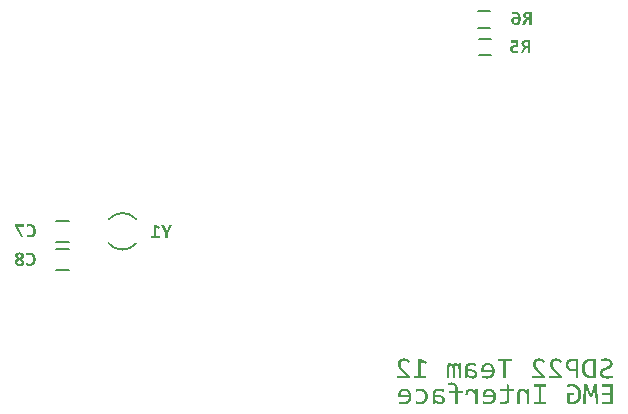
<source format=gbo>
G04*
G04 #@! TF.GenerationSoftware,Altium Limited,Altium Designer,22.1.2 (22)*
G04*
G04 Layer_Color=32896*
%FSLAX25Y25*%
%MOIN*%
G70*
G04*
G04 #@! TF.SameCoordinates,7393A906-C076-4882-B3B6-B19C62209B97*
G04*
G04*
G04 #@! TF.FilePolarity,Positive*
G04*
G01*
G75*
%ADD10C,0.00787*%
G36*
X193169Y25139D02*
X193380Y25116D01*
X193569Y25072D01*
X193735Y25027D01*
X193869Y24983D01*
X193968Y24938D01*
X194035Y24916D01*
X194046Y24905D01*
X194057D01*
X194235Y24816D01*
X194391Y24705D01*
X194535Y24605D01*
X194657Y24505D01*
X194757Y24416D01*
X194835Y24350D01*
X194879Y24305D01*
X194902Y24283D01*
X194424Y23716D01*
X194313Y23816D01*
X194213Y23916D01*
X194102Y23994D01*
X194013Y24061D01*
X193924Y24116D01*
X193857Y24161D01*
X193813Y24183D01*
X193802Y24194D01*
X193668Y24261D01*
X193535Y24305D01*
X193413Y24339D01*
X193291Y24361D01*
X193191Y24372D01*
X193113Y24383D01*
X192935D01*
X192835Y24372D01*
X192757Y24350D01*
X192680Y24339D01*
X192613Y24316D01*
X192569Y24294D01*
X192546Y24283D01*
X192535D01*
X192391Y24194D01*
X192269Y24116D01*
X192235Y24072D01*
X192202Y24050D01*
X192191Y24027D01*
X192180Y24016D01*
X192091Y23883D01*
X192024Y23761D01*
X192002Y23705D01*
X191991Y23661D01*
X191980Y23639D01*
Y23628D01*
X191935Y23472D01*
X191924Y23316D01*
X191913Y23261D01*
Y23216D01*
Y23183D01*
Y23172D01*
X191924Y22994D01*
X191935Y22905D01*
Y22839D01*
X191946Y22783D01*
X191958Y22739D01*
X191969Y22705D01*
Y22694D01*
X192013Y22528D01*
X192080Y22383D01*
X192113Y22317D01*
X192146Y22272D01*
X192157Y22239D01*
X192169Y22228D01*
X192291Y22039D01*
X192358Y21950D01*
X192424Y21861D01*
X192480Y21794D01*
X192524Y21739D01*
X192558Y21694D01*
X192569Y21683D01*
X192669Y21572D01*
X192780Y21450D01*
X192891Y21328D01*
X193002Y21217D01*
X193102Y21117D01*
X193180Y21039D01*
X193224Y20994D01*
X193246Y20972D01*
X194924Y19295D01*
Y18517D01*
X190613D01*
Y19350D01*
X193791D01*
X192613Y20506D01*
X192457Y20650D01*
X192324Y20795D01*
X192202Y20917D01*
X192091Y21028D01*
X192013Y21117D01*
X191946Y21183D01*
X191902Y21228D01*
X191891Y21239D01*
X191780Y21361D01*
X191680Y21483D01*
X191591Y21594D01*
X191513Y21694D01*
X191458Y21783D01*
X191413Y21839D01*
X191391Y21883D01*
X191380Y21894D01*
X191246Y22128D01*
X191191Y22239D01*
X191147Y22339D01*
X191113Y22416D01*
X191091Y22483D01*
X191069Y22528D01*
Y22539D01*
X191013Y22783D01*
X190991Y22905D01*
X190980Y23005D01*
X190969Y23105D01*
Y23172D01*
Y23228D01*
Y23239D01*
X190980Y23405D01*
X190991Y23550D01*
X191013Y23683D01*
X191035Y23805D01*
X191069Y23905D01*
X191091Y23972D01*
X191102Y24027D01*
X191113Y24039D01*
X191169Y24172D01*
X191235Y24283D01*
X191302Y24383D01*
X191369Y24472D01*
X191435Y24539D01*
X191480Y24594D01*
X191513Y24627D01*
X191524Y24638D01*
X191724Y24805D01*
X191824Y24861D01*
X191924Y24916D01*
X192013Y24961D01*
X192080Y24994D01*
X192124Y25005D01*
X192135Y25016D01*
X192269Y25061D01*
X192413Y25094D01*
X192546Y25116D01*
X192669Y25139D01*
X192780D01*
X192858Y25150D01*
X192935D01*
X193169Y25139D01*
D02*
G37*
G36*
X187536D02*
X187747Y25116D01*
X187936Y25072D01*
X188102Y25027D01*
X188236Y24983D01*
X188336Y24938D01*
X188402Y24916D01*
X188414Y24905D01*
X188425D01*
X188602Y24816D01*
X188758Y24705D01*
X188902Y24605D01*
X189024Y24505D01*
X189125Y24416D01*
X189202Y24350D01*
X189247Y24305D01*
X189269Y24283D01*
X188791Y23716D01*
X188680Y23816D01*
X188580Y23916D01*
X188469Y23994D01*
X188380Y24061D01*
X188291Y24116D01*
X188225Y24161D01*
X188180Y24183D01*
X188169Y24194D01*
X188036Y24261D01*
X187902Y24305D01*
X187780Y24339D01*
X187658Y24361D01*
X187558Y24372D01*
X187480Y24383D01*
X187302D01*
X187203Y24372D01*
X187125Y24350D01*
X187047Y24339D01*
X186980Y24316D01*
X186936Y24294D01*
X186914Y24283D01*
X186902D01*
X186758Y24194D01*
X186636Y24116D01*
X186602Y24072D01*
X186569Y24050D01*
X186558Y24027D01*
X186547Y24016D01*
X186458Y23883D01*
X186391Y23761D01*
X186369Y23705D01*
X186358Y23661D01*
X186347Y23639D01*
Y23628D01*
X186303Y23472D01*
X186292Y23316D01*
X186280Y23261D01*
Y23216D01*
Y23183D01*
Y23172D01*
X186292Y22994D01*
X186303Y22905D01*
Y22839D01*
X186314Y22783D01*
X186325Y22739D01*
X186336Y22705D01*
Y22694D01*
X186380Y22528D01*
X186447Y22383D01*
X186480Y22317D01*
X186514Y22272D01*
X186525Y22239D01*
X186536Y22228D01*
X186658Y22039D01*
X186725Y21950D01*
X186791Y21861D01*
X186847Y21794D01*
X186891Y21739D01*
X186925Y21694D01*
X186936Y21683D01*
X187036Y21572D01*
X187147Y21450D01*
X187258Y21328D01*
X187369Y21217D01*
X187469Y21117D01*
X187547Y21039D01*
X187591Y20994D01*
X187614Y20972D01*
X189291Y19295D01*
Y18517D01*
X184980D01*
Y19350D01*
X188158D01*
X186980Y20506D01*
X186825Y20650D01*
X186691Y20795D01*
X186569Y20917D01*
X186458Y21028D01*
X186380Y21117D01*
X186314Y21183D01*
X186269Y21228D01*
X186258Y21239D01*
X186147Y21361D01*
X186047Y21483D01*
X185958Y21594D01*
X185880Y21694D01*
X185825Y21783D01*
X185780Y21839D01*
X185758Y21883D01*
X185747Y21894D01*
X185614Y22128D01*
X185558Y22239D01*
X185514Y22339D01*
X185480Y22416D01*
X185458Y22483D01*
X185436Y22528D01*
Y22539D01*
X185380Y22783D01*
X185358Y22905D01*
X185347Y23005D01*
X185336Y23105D01*
Y23172D01*
Y23228D01*
Y23239D01*
X185347Y23405D01*
X185358Y23550D01*
X185380Y23683D01*
X185403Y23805D01*
X185436Y23905D01*
X185458Y23972D01*
X185469Y24027D01*
X185480Y24039D01*
X185536Y24172D01*
X185603Y24283D01*
X185669Y24383D01*
X185736Y24472D01*
X185803Y24539D01*
X185847Y24594D01*
X185880Y24627D01*
X185891Y24638D01*
X186091Y24805D01*
X186191Y24861D01*
X186292Y24916D01*
X186380Y24961D01*
X186447Y24994D01*
X186491Y25005D01*
X186503Y25016D01*
X186636Y25061D01*
X186780Y25094D01*
X186914Y25116D01*
X187036Y25139D01*
X187147D01*
X187225Y25150D01*
X187302D01*
X187536Y25139D01*
D02*
G37*
G36*
X142474D02*
X142685Y25116D01*
X142874Y25072D01*
X143040Y25027D01*
X143174Y24983D01*
X143273Y24938D01*
X143340Y24916D01*
X143351Y24905D01*
X143362D01*
X143540Y24816D01*
X143696Y24705D01*
X143840Y24605D01*
X143962Y24505D01*
X144062Y24416D01*
X144140Y24350D01*
X144185Y24305D01*
X144207Y24283D01*
X143729Y23716D01*
X143618Y23816D01*
X143518Y23916D01*
X143407Y23994D01*
X143318Y24061D01*
X143229Y24116D01*
X143162Y24161D01*
X143118Y24183D01*
X143107Y24194D01*
X142974Y24261D01*
X142840Y24305D01*
X142718Y24339D01*
X142596Y24361D01*
X142496Y24372D01*
X142418Y24383D01*
X142240D01*
X142140Y24372D01*
X142063Y24350D01*
X141985Y24339D01*
X141918Y24316D01*
X141874Y24294D01*
X141851Y24283D01*
X141840D01*
X141696Y24194D01*
X141574Y24116D01*
X141540Y24072D01*
X141507Y24050D01*
X141496Y24027D01*
X141485Y24016D01*
X141396Y23883D01*
X141329Y23761D01*
X141307Y23705D01*
X141296Y23661D01*
X141285Y23639D01*
Y23628D01*
X141240Y23472D01*
X141229Y23316D01*
X141218Y23261D01*
Y23216D01*
Y23183D01*
Y23172D01*
X141229Y22994D01*
X141240Y22905D01*
Y22839D01*
X141252Y22783D01*
X141263Y22739D01*
X141274Y22705D01*
Y22694D01*
X141318Y22528D01*
X141385Y22383D01*
X141418Y22317D01*
X141452Y22272D01*
X141463Y22239D01*
X141474Y22228D01*
X141596Y22039D01*
X141663Y21950D01*
X141729Y21861D01*
X141785Y21794D01*
X141829Y21739D01*
X141863Y21694D01*
X141874Y21683D01*
X141974Y21572D01*
X142085Y21450D01*
X142196Y21328D01*
X142307Y21217D01*
X142407Y21117D01*
X142485Y21039D01*
X142529Y20994D01*
X142551Y20972D01*
X144229Y19295D01*
Y18517D01*
X139918D01*
Y19350D01*
X143096D01*
X141918Y20506D01*
X141763Y20650D01*
X141629Y20795D01*
X141507Y20917D01*
X141396Y21028D01*
X141318Y21117D01*
X141252Y21183D01*
X141207Y21228D01*
X141196Y21239D01*
X141085Y21361D01*
X140985Y21483D01*
X140896Y21594D01*
X140818Y21694D01*
X140763Y21783D01*
X140718Y21839D01*
X140696Y21883D01*
X140685Y21894D01*
X140552Y22128D01*
X140496Y22239D01*
X140452Y22339D01*
X140418Y22416D01*
X140396Y22483D01*
X140374Y22528D01*
Y22539D01*
X140318Y22783D01*
X140296Y22905D01*
X140285Y23005D01*
X140274Y23105D01*
Y23172D01*
Y23228D01*
Y23239D01*
X140285Y23405D01*
X140296Y23550D01*
X140318Y23683D01*
X140340Y23805D01*
X140374Y23905D01*
X140396Y23972D01*
X140407Y24027D01*
X140418Y24039D01*
X140474Y24172D01*
X140541Y24283D01*
X140607Y24383D01*
X140674Y24472D01*
X140741Y24539D01*
X140785Y24594D01*
X140818Y24627D01*
X140829Y24638D01*
X141029Y24805D01*
X141129Y24861D01*
X141229Y24916D01*
X141318Y24961D01*
X141385Y24994D01*
X141429Y25005D01*
X141440Y25016D01*
X141574Y25061D01*
X141718Y25094D01*
X141851Y25116D01*
X141974Y25139D01*
X142085D01*
X142163Y25150D01*
X142240D01*
X142474Y25139D01*
D02*
G37*
G36*
X149906Y23994D02*
X149595Y23250D01*
X148029Y24094D01*
Y19328D01*
X149706D01*
Y18517D01*
X145607D01*
Y19328D01*
X147062D01*
Y25083D01*
X147840D01*
X149906Y23994D01*
D02*
G37*
G36*
X159672Y23616D02*
X159772Y23594D01*
X159850Y23572D01*
X159861Y23561D01*
X159872D01*
X159972Y23505D01*
X160061Y23450D01*
X160127Y23405D01*
X160138Y23394D01*
X160150Y23383D01*
X160250Y23283D01*
X160327Y23172D01*
X160361Y23128D01*
X160383Y23094D01*
X160394Y23072D01*
X160405Y23061D01*
X160494Y22905D01*
X160583Y22750D01*
X160616Y22683D01*
X160638Y22628D01*
X160650Y22594D01*
X160661Y22583D01*
X160705Y23539D01*
X161416D01*
Y18517D01*
X160550D01*
Y21739D01*
X160494Y21861D01*
X160439Y21983D01*
X160394Y22083D01*
X160361Y22161D01*
X160327Y22228D01*
X160305Y22272D01*
X160283Y22305D01*
Y22317D01*
X160205Y22461D01*
X160138Y22572D01*
X160094Y22639D01*
X160083Y22661D01*
X160016Y22750D01*
X159961Y22805D01*
X159927Y22839D01*
X159916Y22850D01*
X159861Y22883D01*
X159805Y22894D01*
X159761Y22905D01*
X159750D01*
X159694Y22894D01*
X159650Y22883D01*
X159627Y22872D01*
X159616Y22861D01*
X159583Y22828D01*
X159550Y22783D01*
X159539Y22739D01*
X159528Y22728D01*
X159494Y22650D01*
X159483Y22561D01*
X159472Y22494D01*
Y22472D01*
Y22461D01*
X159461Y22328D01*
X159450Y22183D01*
Y22117D01*
Y22072D01*
Y22039D01*
Y22028D01*
Y18517D01*
X158583D01*
Y21739D01*
X158528Y21850D01*
X158483Y21961D01*
X158439Y22050D01*
X158405Y22128D01*
X158372Y22194D01*
X158350Y22239D01*
X158328Y22272D01*
Y22283D01*
X158250Y22428D01*
X158183Y22550D01*
X158161Y22583D01*
X158139Y22616D01*
X158128Y22628D01*
Y22639D01*
X158061Y22728D01*
X158005Y22794D01*
X157972Y22828D01*
X157961Y22839D01*
X157894Y22883D01*
X157839Y22894D01*
X157794Y22905D01*
X157783D01*
X157728Y22894D01*
X157683Y22883D01*
X157661Y22872D01*
X157650Y22861D01*
X157617Y22828D01*
X157583Y22783D01*
X157572Y22750D01*
X157561Y22739D01*
X157528Y22661D01*
X157517Y22583D01*
X157505Y22516D01*
Y22505D01*
Y22494D01*
X157494Y22372D01*
X157483Y22250D01*
Y22194D01*
Y22161D01*
Y22128D01*
Y22117D01*
Y18517D01*
X156617D01*
Y22172D01*
X156628Y22428D01*
X156661Y22650D01*
X156705Y22850D01*
X156761Y23017D01*
X156839Y23150D01*
X156917Y23272D01*
X157006Y23372D01*
X157094Y23450D01*
X157183Y23505D01*
X157272Y23550D01*
X157350Y23583D01*
X157428Y23605D01*
X157483Y23616D01*
X157528Y23628D01*
X157572D01*
X157717Y23616D01*
X157839Y23594D01*
X157883Y23572D01*
X157916Y23561D01*
X157939Y23550D01*
X157950D01*
X158061Y23483D01*
X158150Y23416D01*
X158217Y23361D01*
X158228Y23350D01*
X158239Y23339D01*
X158328Y23228D01*
X158405Y23117D01*
X158439Y23072D01*
X158461Y23028D01*
X158483Y23005D01*
Y22994D01*
X158561Y22839D01*
X158639Y22694D01*
X158672Y22628D01*
X158694Y22583D01*
X158705Y22550D01*
X158716Y22539D01*
X158728Y22739D01*
X158750Y22905D01*
X158783Y23039D01*
X158816Y23161D01*
X158861Y23250D01*
X158894Y23316D01*
X158916Y23350D01*
X158928Y23361D01*
X159016Y23450D01*
X159116Y23516D01*
X159216Y23561D01*
X159316Y23594D01*
X159405Y23616D01*
X159483Y23628D01*
X159550D01*
X159672Y23616D01*
D02*
G37*
G36*
X164916D02*
X164994D01*
X165060Y23605D01*
X165105D01*
X165138Y23594D01*
X165149D01*
X165327Y23572D01*
X165405Y23561D01*
X165471Y23550D01*
X165527Y23539D01*
X165571Y23528D01*
X165605Y23516D01*
X165616D01*
X165771Y23483D01*
X165916Y23450D01*
X165971Y23439D01*
X166016Y23427D01*
X166038Y23416D01*
X166049D01*
X166193Y23372D01*
X166305Y23339D01*
X166349Y23327D01*
X166371Y23316D01*
X166393Y23305D01*
X166405D01*
Y22516D01*
X166249Y22572D01*
X166094Y22628D01*
X165949Y22672D01*
X165816Y22716D01*
X165716Y22739D01*
X165627Y22761D01*
X165582Y22783D01*
X165560D01*
X165249Y22839D01*
X165116Y22861D01*
X164982Y22872D01*
X164871Y22883D01*
X164716D01*
X164516Y22872D01*
X164338Y22839D01*
X164183Y22794D01*
X164060Y22750D01*
X163971Y22705D01*
X163905Y22661D01*
X163860Y22628D01*
X163849Y22616D01*
X163749Y22505D01*
X163683Y22394D01*
X163627Y22272D01*
X163594Y22161D01*
X163572Y22061D01*
X163560Y21983D01*
Y21928D01*
Y21905D01*
Y21472D01*
X164805D01*
X164994Y21450D01*
X165171Y21428D01*
X165327Y21406D01*
X165482Y21372D01*
X165616Y21339D01*
X165738Y21294D01*
X165849Y21261D01*
X165949Y21217D01*
X166038Y21172D01*
X166105Y21139D01*
X166160Y21105D01*
X166216Y21083D01*
X166249Y21061D01*
X166260Y21039D01*
X166271D01*
X166371Y20950D01*
X166449Y20861D01*
X166527Y20772D01*
X166593Y20672D01*
X166693Y20472D01*
X166760Y20283D01*
X166793Y20117D01*
X166805Y20039D01*
X166816Y19972D01*
X166827Y19928D01*
Y19883D01*
Y19861D01*
Y19850D01*
X166816Y19639D01*
X166793Y19539D01*
X166782Y19450D01*
X166760Y19384D01*
X166749Y19328D01*
X166738Y19295D01*
Y19284D01*
X166660Y19106D01*
X166604Y19028D01*
X166560Y18961D01*
X166516Y18906D01*
X166482Y18861D01*
X166460Y18839D01*
X166449Y18828D01*
X166282Y18706D01*
X166127Y18606D01*
X166049Y18573D01*
X165993Y18550D01*
X165960Y18528D01*
X165949D01*
X165705Y18473D01*
X165582Y18450D01*
X165460Y18439D01*
X165360D01*
X165282Y18428D01*
X165216D01*
X165038Y18439D01*
X164883Y18461D01*
X164727Y18484D01*
X164594Y18517D01*
X164482Y18550D01*
X164405Y18584D01*
X164349Y18595D01*
X164327Y18606D01*
X164172Y18684D01*
X164016Y18772D01*
X163883Y18872D01*
X163749Y18961D01*
X163649Y19050D01*
X163560Y19117D01*
X163516Y19161D01*
X163494Y19184D01*
X163471Y18517D01*
X162683D01*
Y21972D01*
X162694Y22128D01*
X162705Y22261D01*
X162727Y22394D01*
X162749Y22494D01*
X162783Y22583D01*
X162805Y22650D01*
X162816Y22694D01*
X162827Y22705D01*
X162883Y22817D01*
X162938Y22917D01*
X163005Y23005D01*
X163072Y23083D01*
X163127Y23139D01*
X163172Y23183D01*
X163205Y23205D01*
X163216Y23216D01*
X163316Y23294D01*
X163416Y23350D01*
X163516Y23405D01*
X163616Y23450D01*
X163694Y23483D01*
X163760Y23505D01*
X163816Y23528D01*
X163827D01*
X164105Y23583D01*
X164249Y23605D01*
X164371Y23616D01*
X164482Y23628D01*
X164838D01*
X164916Y23616D01*
D02*
G37*
G36*
X170460D02*
X170638Y23594D01*
X170804Y23561D01*
X170949Y23528D01*
X171060Y23483D01*
X171149Y23450D01*
X171204Y23427D01*
X171226Y23416D01*
X171382Y23327D01*
X171515Y23239D01*
X171637Y23139D01*
X171748Y23050D01*
X171826Y22961D01*
X171893Y22894D01*
X171937Y22850D01*
X171949Y22839D01*
X172048Y22705D01*
X172137Y22561D01*
X172215Y22416D01*
X172282Y22294D01*
X172326Y22172D01*
X172360Y22083D01*
X172382Y22028D01*
X172393Y22017D01*
Y22005D01*
X172437Y21828D01*
X172471Y21650D01*
X172504Y21483D01*
X172515Y21339D01*
X172526Y21205D01*
X172537Y21105D01*
Y21039D01*
Y21028D01*
Y21017D01*
X172526Y20795D01*
X172515Y20583D01*
X172493Y20406D01*
X172471Y20239D01*
X172448Y20106D01*
X172426Y20006D01*
X172404Y19939D01*
Y19928D01*
Y19917D01*
X172348Y19750D01*
X172271Y19583D01*
X172204Y19450D01*
X172126Y19328D01*
X172060Y19239D01*
X172004Y19161D01*
X171971Y19117D01*
X171960Y19106D01*
X171837Y18983D01*
X171715Y18883D01*
X171582Y18795D01*
X171460Y18728D01*
X171360Y18673D01*
X171271Y18628D01*
X171215Y18606D01*
X171193Y18595D01*
X171015Y18539D01*
X170826Y18495D01*
X170638Y18473D01*
X170460Y18450D01*
X170315Y18439D01*
X170193Y18428D01*
X169904D01*
X169738Y18439D01*
X169582Y18450D01*
X169438Y18461D01*
X169326Y18473D01*
X169238Y18484D01*
X169182Y18495D01*
X169160D01*
X168993Y18517D01*
X168838Y18539D01*
X168704Y18573D01*
X168582Y18595D01*
X168482Y18617D01*
X168415Y18639D01*
X168360Y18650D01*
X168349D01*
Y19361D01*
X168471Y19328D01*
X168593Y19306D01*
X168638Y19295D01*
X168671Y19284D01*
X168693Y19272D01*
X168704D01*
X168849Y19250D01*
X168971Y19228D01*
X169027Y19217D01*
X169071D01*
X169093Y19206D01*
X169104D01*
X169249Y19195D01*
X169393Y19172D01*
X169449D01*
X169493Y19161D01*
X169527D01*
X169682Y19150D01*
X169960D01*
X170249Y19172D01*
X170493Y19217D01*
X170704Y19284D01*
X170882Y19361D01*
X171026Y19428D01*
X171126Y19495D01*
X171182Y19539D01*
X171204Y19561D01*
X171349Y19728D01*
X171449Y19917D01*
X171526Y20117D01*
X171571Y20306D01*
X171604Y20483D01*
X171615Y20561D01*
Y20628D01*
X171626Y20672D01*
Y20717D01*
Y20739D01*
Y20750D01*
X168104D01*
X168093Y20828D01*
Y20895D01*
Y20950D01*
Y20972D01*
X168082Y21083D01*
Y21183D01*
Y21228D01*
Y21261D01*
Y21283D01*
Y21294D01*
X168093Y21494D01*
X168104Y21672D01*
X168127Y21828D01*
X168149Y21972D01*
X168182Y22083D01*
X168204Y22172D01*
X168216Y22228D01*
X168227Y22250D01*
X168282Y22405D01*
X168349Y22550D01*
X168427Y22672D01*
X168493Y22783D01*
X168549Y22861D01*
X168604Y22928D01*
X168638Y22972D01*
X168649Y22983D01*
X168760Y23094D01*
X168871Y23194D01*
X168993Y23272D01*
X169093Y23339D01*
X169193Y23394D01*
X169271Y23427D01*
X169315Y23450D01*
X169338Y23461D01*
X169493Y23516D01*
X169649Y23561D01*
X169804Y23583D01*
X169949Y23605D01*
X170071Y23616D01*
X170171Y23628D01*
X170260D01*
X170460Y23616D01*
D02*
G37*
G36*
X206378Y18517D02*
X204756D01*
X204545Y18539D01*
X204356Y18550D01*
X204190Y18573D01*
X204056Y18595D01*
X203956Y18606D01*
X203890Y18628D01*
X203868D01*
X203690Y18673D01*
X203523Y18728D01*
X203379Y18784D01*
X203256Y18839D01*
X203156Y18883D01*
X203079Y18928D01*
X203023Y18950D01*
X203012Y18961D01*
X202879Y19039D01*
X202757Y19128D01*
X202645Y19217D01*
X202556Y19295D01*
X202479Y19361D01*
X202423Y19428D01*
X202390Y19461D01*
X202379Y19472D01*
X202201Y19706D01*
X202134Y19828D01*
X202079Y19928D01*
X202034Y20017D01*
X202001Y20083D01*
X201979Y20139D01*
X201968Y20150D01*
X201868Y20428D01*
X201823Y20561D01*
X201790Y20683D01*
X201768Y20795D01*
X201746Y20872D01*
X201734Y20928D01*
Y20950D01*
X201690Y21272D01*
X201679Y21428D01*
X201668Y21561D01*
X201657Y21683D01*
Y21772D01*
Y21828D01*
Y21850D01*
X201668Y22150D01*
X201690Y22416D01*
X201723Y22672D01*
X201779Y22917D01*
X201834Y23128D01*
X201890Y23327D01*
X201968Y23505D01*
X202034Y23661D01*
X202101Y23805D01*
X202168Y23927D01*
X202234Y24027D01*
X202290Y24116D01*
X202345Y24183D01*
X202379Y24227D01*
X202401Y24250D01*
X202412Y24261D01*
X202556Y24405D01*
X202723Y24516D01*
X202901Y24627D01*
X203090Y24716D01*
X203279Y24794D01*
X203467Y24861D01*
X203656Y24905D01*
X203834Y24950D01*
X204012Y24983D01*
X204179Y25005D01*
X204323Y25027D01*
X204445Y25038D01*
X204556Y25050D01*
X206378D01*
Y18517D01*
D02*
G37*
G36*
X200501D02*
X199612D01*
Y20861D01*
X198812D01*
X198568Y20872D01*
X198335Y20895D01*
X198135Y20917D01*
X197968Y20961D01*
X197824Y20994D01*
X197724Y21017D01*
X197657Y21039D01*
X197635Y21050D01*
X197457Y21128D01*
X197301Y21205D01*
X197168Y21294D01*
X197046Y21372D01*
X196957Y21439D01*
X196890Y21494D01*
X196846Y21539D01*
X196835Y21550D01*
X196724Y21672D01*
X196624Y21794D01*
X196546Y21905D01*
X196479Y22017D01*
X196435Y22105D01*
X196390Y22183D01*
X196379Y22228D01*
X196368Y22250D01*
X196313Y22394D01*
X196279Y22539D01*
X196246Y22683D01*
X196235Y22805D01*
X196224Y22905D01*
X196213Y22983D01*
Y23028D01*
Y23050D01*
X196224Y23250D01*
X196246Y23427D01*
X196279Y23583D01*
X196313Y23716D01*
X196346Y23828D01*
X196379Y23905D01*
X196402Y23950D01*
X196413Y23972D01*
X196490Y24105D01*
X196579Y24227D01*
X196668Y24327D01*
X196757Y24416D01*
X196835Y24494D01*
X196902Y24539D01*
X196946Y24572D01*
X196957Y24583D01*
X197090Y24672D01*
X197224Y24738D01*
X197346Y24805D01*
X197468Y24850D01*
X197579Y24894D01*
X197657Y24916D01*
X197713Y24938D01*
X197735D01*
X198068Y25005D01*
X198224Y25027D01*
X198368Y25038D01*
X198490Y25050D01*
X200501D01*
Y18517D01*
D02*
G37*
G36*
X178326Y24294D02*
X176392D01*
Y18517D01*
X175493D01*
Y24294D01*
X173559D01*
Y25050D01*
X178326D01*
Y24294D01*
D02*
G37*
G36*
X209722Y25139D02*
X209933Y25127D01*
X210122Y25105D01*
X210289Y25072D01*
X210422Y25038D01*
X210511Y25016D01*
X210578Y25005D01*
X210600Y24994D01*
X210767Y24927D01*
X210911Y24861D01*
X211045Y24794D01*
X211144Y24727D01*
X211233Y24672D01*
X211300Y24627D01*
X211345Y24594D01*
X211356Y24583D01*
X211456Y24483D01*
X211544Y24383D01*
X211622Y24283D01*
X211678Y24194D01*
X211722Y24116D01*
X211767Y24061D01*
X211778Y24016D01*
X211789Y24005D01*
X211833Y23883D01*
X211867Y23761D01*
X211889Y23650D01*
X211900Y23550D01*
X211911Y23461D01*
X211922Y23394D01*
Y23350D01*
Y23339D01*
X211911Y23205D01*
X211900Y23072D01*
X211878Y22961D01*
X211844Y22861D01*
X211822Y22783D01*
X211800Y22728D01*
X211789Y22683D01*
X211778Y22672D01*
X211656Y22483D01*
X211589Y22394D01*
X211533Y22328D01*
X211478Y22261D01*
X211433Y22217D01*
X211411Y22194D01*
X211400Y22183D01*
X211211Y22039D01*
X211111Y21983D01*
X211033Y21928D01*
X210956Y21883D01*
X210900Y21861D01*
X210856Y21839D01*
X210845Y21828D01*
X210611Y21717D01*
X210511Y21672D01*
X210411Y21628D01*
X210333Y21594D01*
X210278Y21561D01*
X210233Y21550D01*
X210222Y21539D01*
X209989Y21450D01*
X209878Y21406D01*
X209789Y21372D01*
X209700Y21339D01*
X209645Y21317D01*
X209600Y21305D01*
X209589Y21294D01*
X209367Y21194D01*
X209278Y21150D01*
X209200Y21105D01*
X209134Y21072D01*
X209089Y21039D01*
X209056Y21028D01*
X209045Y21017D01*
X208878Y20906D01*
X208811Y20850D01*
X208756Y20795D01*
X208711Y20750D01*
X208678Y20717D01*
X208667Y20695D01*
X208656Y20683D01*
X208600Y20606D01*
X208567Y20539D01*
X208523Y20394D01*
X208511Y20328D01*
X208500Y20283D01*
Y20250D01*
Y20239D01*
X208511Y20072D01*
X208523Y19995D01*
X208545Y19928D01*
X208556Y19872D01*
X208578Y19828D01*
X208589Y19806D01*
Y19795D01*
X208667Y19661D01*
X208767Y19561D01*
X208811Y19528D01*
X208845Y19495D01*
X208867Y19484D01*
X208878Y19472D01*
X209034Y19395D01*
X209189Y19328D01*
X209267Y19317D01*
X209311Y19295D01*
X209356Y19284D01*
X209367D01*
X209489Y19261D01*
X209611Y19250D01*
X209734Y19228D01*
X209845D01*
X209945Y19217D01*
X210322D01*
X210522Y19228D01*
X210700Y19239D01*
X210856Y19261D01*
X210989Y19272D01*
X211089Y19284D01*
X211144Y19295D01*
X211167D01*
X211333Y19328D01*
X211489Y19361D01*
X211633Y19395D01*
X211756Y19439D01*
X211856Y19472D01*
X211933Y19495D01*
X211978Y19506D01*
X212000Y19517D01*
Y18661D01*
X211867Y18628D01*
X211744Y18595D01*
X211700Y18584D01*
X211656Y18573D01*
X211633Y18561D01*
X211622D01*
X211467Y18539D01*
X211322Y18517D01*
X211267D01*
X211222Y18506D01*
X211178D01*
X211000Y18484D01*
X210845Y18461D01*
X210778D01*
X210734Y18450D01*
X210689D01*
X210489Y18439D01*
X210411D01*
X210322Y18428D01*
X209956D01*
X209756Y18450D01*
X209578Y18461D01*
X209422Y18484D01*
X209289Y18506D01*
X209189Y18517D01*
X209134Y18539D01*
X209111D01*
X208934Y18584D01*
X208778Y18639D01*
X208645Y18695D01*
X208523Y18750D01*
X208434Y18806D01*
X208356Y18850D01*
X208312Y18872D01*
X208300Y18883D01*
X208178Y18972D01*
X208067Y19072D01*
X207978Y19172D01*
X207900Y19261D01*
X207845Y19339D01*
X207800Y19406D01*
X207778Y19450D01*
X207767Y19461D01*
X207700Y19595D01*
X207656Y19739D01*
X207611Y19883D01*
X207589Y20006D01*
X207578Y20117D01*
X207567Y20206D01*
Y20261D01*
Y20283D01*
X207578Y20428D01*
X207589Y20550D01*
X207611Y20672D01*
X207645Y20772D01*
X207678Y20850D01*
X207700Y20906D01*
X207712Y20950D01*
X207723Y20961D01*
X207845Y21161D01*
X207911Y21250D01*
X207967Y21317D01*
X208023Y21383D01*
X208067Y21428D01*
X208100Y21450D01*
X208112Y21461D01*
X208289Y21606D01*
X208467Y21728D01*
X208545Y21772D01*
X208600Y21805D01*
X208645Y21817D01*
X208656Y21828D01*
X208889Y21939D01*
X208989Y21983D01*
X209089Y22028D01*
X209167Y22061D01*
X209234Y22083D01*
X209278Y22105D01*
X209289D01*
X209523Y22205D01*
X209623Y22250D01*
X209711Y22283D01*
X209800Y22317D01*
X209856Y22339D01*
X209900Y22361D01*
X209911D01*
X210134Y22450D01*
X210222Y22494D01*
X210300Y22539D01*
X210378Y22572D01*
X210422Y22605D01*
X210456Y22616D01*
X210467Y22628D01*
X210622Y22750D01*
X210745Y22861D01*
X210789Y22905D01*
X210822Y22939D01*
X210833Y22961D01*
X210845Y22972D01*
X210889Y23050D01*
X210922Y23128D01*
X210967Y23272D01*
X210978Y23339D01*
X210989Y23383D01*
Y23416D01*
Y23427D01*
X210978Y23583D01*
X210933Y23716D01*
X210878Y23839D01*
X210811Y23939D01*
X210745Y24016D01*
X210689Y24072D01*
X210645Y24105D01*
X210633Y24116D01*
X210478Y24205D01*
X210311Y24272D01*
X210122Y24316D01*
X209933Y24350D01*
X209767Y24372D01*
X209634Y24383D01*
X209511D01*
X209245Y24372D01*
X209111Y24361D01*
X209000Y24350D01*
X208900Y24339D01*
X208834Y24327D01*
X208778Y24316D01*
X208767D01*
X208478Y24272D01*
X208345Y24239D01*
X208234Y24216D01*
X208134Y24194D01*
X208056Y24183D01*
X208012Y24161D01*
X207989D01*
Y24961D01*
X208112Y24983D01*
X208234Y25005D01*
X208278Y25016D01*
X208323Y25027D01*
X208356D01*
X208500Y25050D01*
X208623Y25072D01*
X208667D01*
X208711Y25083D01*
X208745D01*
X208889Y25105D01*
X209011Y25116D01*
X209067Y25127D01*
X209134D01*
X209267Y25139D01*
X209378Y25150D01*
X209489D01*
X209722Y25139D01*
D02*
G37*
G36*
X154095Y15088D02*
X154173D01*
X154239Y15077D01*
X154283D01*
X154317Y15066D01*
X154328D01*
X154506Y15044D01*
X154584Y15033D01*
X154650Y15022D01*
X154706Y15011D01*
X154750Y14999D01*
X154783Y14988D01*
X154795D01*
X154950Y14955D01*
X155095Y14922D01*
X155150Y14911D01*
X155195Y14899D01*
X155217Y14888D01*
X155228D01*
X155372Y14844D01*
X155483Y14811D01*
X155528Y14799D01*
X155550Y14788D01*
X155572Y14777D01*
X155583D01*
Y13988D01*
X155428Y14044D01*
X155272Y14100D01*
X155128Y14144D01*
X154995Y14188D01*
X154895Y14211D01*
X154806Y14233D01*
X154761Y14255D01*
X154739D01*
X154428Y14311D01*
X154295Y14333D01*
X154161Y14344D01*
X154050Y14355D01*
X153895D01*
X153695Y14344D01*
X153517Y14311D01*
X153361Y14266D01*
X153239Y14222D01*
X153150Y14177D01*
X153084Y14133D01*
X153039Y14100D01*
X153028Y14088D01*
X152928Y13977D01*
X152861Y13866D01*
X152806Y13744D01*
X152773Y13633D01*
X152750Y13533D01*
X152739Y13455D01*
Y13400D01*
Y13377D01*
Y12944D01*
X153984D01*
X154173Y12922D01*
X154350Y12900D01*
X154506Y12878D01*
X154661Y12844D01*
X154795Y12811D01*
X154917Y12766D01*
X155028Y12733D01*
X155128Y12689D01*
X155217Y12644D01*
X155283Y12611D01*
X155339Y12577D01*
X155395Y12555D01*
X155428Y12533D01*
X155439Y12511D01*
X155450D01*
X155550Y12422D01*
X155628Y12333D01*
X155706Y12244D01*
X155772Y12144D01*
X155872Y11944D01*
X155939Y11755D01*
X155972Y11589D01*
X155983Y11511D01*
X155994Y11444D01*
X156006Y11400D01*
Y11355D01*
Y11333D01*
Y11322D01*
X155994Y11111D01*
X155972Y11011D01*
X155961Y10922D01*
X155939Y10855D01*
X155928Y10800D01*
X155917Y10767D01*
Y10756D01*
X155839Y10578D01*
X155783Y10500D01*
X155739Y10433D01*
X155694Y10378D01*
X155661Y10333D01*
X155639Y10311D01*
X155628Y10300D01*
X155461Y10178D01*
X155306Y10078D01*
X155228Y10044D01*
X155172Y10022D01*
X155139Y10000D01*
X155128D01*
X154884Y9944D01*
X154761Y9922D01*
X154639Y9911D01*
X154539D01*
X154461Y9900D01*
X154395D01*
X154217Y9911D01*
X154061Y9933D01*
X153906Y9956D01*
X153772Y9989D01*
X153661Y10022D01*
X153584Y10056D01*
X153528Y10067D01*
X153506Y10078D01*
X153350Y10155D01*
X153195Y10244D01*
X153061Y10344D01*
X152928Y10433D01*
X152828Y10522D01*
X152739Y10589D01*
X152695Y10633D01*
X152673Y10655D01*
X152650Y9989D01*
X151862D01*
Y13444D01*
X151873Y13600D01*
X151884Y13733D01*
X151906Y13866D01*
X151928Y13966D01*
X151962Y14055D01*
X151984Y14122D01*
X151995Y14166D01*
X152006Y14177D01*
X152062Y14288D01*
X152117Y14388D01*
X152184Y14477D01*
X152250Y14555D01*
X152306Y14611D01*
X152350Y14655D01*
X152384Y14677D01*
X152395Y14688D01*
X152495Y14766D01*
X152595Y14822D01*
X152695Y14877D01*
X152795Y14922D01*
X152873Y14955D01*
X152939Y14977D01*
X152995Y14999D01*
X153006D01*
X153284Y15055D01*
X153428Y15077D01*
X153550Y15088D01*
X153661Y15100D01*
X154017D01*
X154095Y15088D01*
D02*
G37*
G36*
X207123Y9989D02*
X206278D01*
X206167Y14000D01*
X206145Y15622D01*
X205845Y14622D01*
X204923Y12122D01*
X204312D01*
X203345Y14722D01*
X203034Y15622D01*
X202979Y14066D01*
X202845Y9989D01*
X201979D01*
X202290Y16522D01*
X203379D01*
X204312Y14055D01*
X204578Y13222D01*
X204867Y14055D01*
X205745Y16522D01*
X206801D01*
X207123Y9989D01*
D02*
G37*
G36*
X198557Y16610D02*
X198801Y16588D01*
X199012Y16544D01*
X199201Y16511D01*
X199357Y16466D01*
X199479Y16422D01*
X199523Y16410D01*
X199557Y16399D01*
X199568Y16388D01*
X199579D01*
X199779Y16288D01*
X199968Y16188D01*
X200134Y16077D01*
X200279Y15966D01*
X200401Y15866D01*
X200479Y15788D01*
X200535Y15733D01*
X200557Y15710D01*
X200701Y15533D01*
X200823Y15355D01*
X200934Y15166D01*
X201012Y14999D01*
X201090Y14844D01*
X201134Y14733D01*
X201157Y14688D01*
X201168Y14655D01*
X201179Y14633D01*
Y14622D01*
X201257Y14377D01*
X201312Y14133D01*
X201345Y13889D01*
X201368Y13666D01*
X201390Y13466D01*
Y13388D01*
X201401Y13311D01*
Y13255D01*
Y13211D01*
Y13189D01*
Y13177D01*
X201390Y12889D01*
X201368Y12611D01*
X201334Y12366D01*
X201301Y12166D01*
X201268Y11989D01*
X201245Y11922D01*
X201234Y11867D01*
X201223Y11822D01*
X201212Y11789D01*
X201201Y11767D01*
Y11755D01*
X201123Y11533D01*
X201023Y11333D01*
X200934Y11155D01*
X200834Y11011D01*
X200757Y10889D01*
X200690Y10800D01*
X200635Y10744D01*
X200623Y10722D01*
X200479Y10578D01*
X200323Y10456D01*
X200168Y10344D01*
X200023Y10255D01*
X199901Y10189D01*
X199801Y10144D01*
X199735Y10111D01*
X199723Y10100D01*
X199712D01*
X199501Y10033D01*
X199290Y9989D01*
X199090Y9944D01*
X198901Y9922D01*
X198746Y9911D01*
X198612Y9900D01*
X198501D01*
X198335Y9911D01*
X198190Y9922D01*
X198135D01*
X198090Y9933D01*
X198046D01*
X197879Y9956D01*
X197724Y9978D01*
X197668Y9989D01*
X197624D01*
X197590Y10000D01*
X197579D01*
X197401Y10033D01*
X197324Y10056D01*
X197257Y10078D01*
X197190Y10089D01*
X197146Y10100D01*
X197124Y10111D01*
X197113D01*
X196946Y10167D01*
X196801Y10233D01*
X196746Y10255D01*
X196702Y10278D01*
X196679Y10289D01*
X196668D01*
Y13633D01*
X198890D01*
Y12900D01*
X197546D01*
Y10822D01*
X197613Y10800D01*
X197668Y10778D01*
X197713Y10767D01*
X197735Y10756D01*
X197812Y10744D01*
X197879Y10722D01*
X197924Y10711D01*
X197946D01*
X198024Y10700D01*
X198101D01*
X198146Y10689D01*
X198368D01*
X198568Y10700D01*
X198746Y10711D01*
X198912Y10744D01*
X199057Y10778D01*
X199168Y10800D01*
X199257Y10833D01*
X199301Y10844D01*
X199323Y10855D01*
X199468Y10933D01*
X199590Y11011D01*
X199701Y11089D01*
X199801Y11178D01*
X199879Y11244D01*
X199934Y11300D01*
X199968Y11344D01*
X199979Y11355D01*
X200068Y11489D01*
X200146Y11622D01*
X200212Y11755D01*
X200268Y11889D01*
X200301Y12000D01*
X200335Y12089D01*
X200346Y12144D01*
X200357Y12166D01*
X200390Y12355D01*
X200423Y12533D01*
X200446Y12722D01*
X200457Y12889D01*
Y13033D01*
X200468Y13144D01*
Y13189D01*
Y13222D01*
Y13233D01*
Y13244D01*
X200457Y13455D01*
X200446Y13655D01*
X200423Y13833D01*
X200390Y13988D01*
X200368Y14111D01*
X200346Y14211D01*
X200335Y14266D01*
X200323Y14288D01*
X200268Y14466D01*
X200201Y14622D01*
X200123Y14755D01*
X200057Y14877D01*
X200001Y14966D01*
X199946Y15044D01*
X199912Y15088D01*
X199901Y15100D01*
X199790Y15222D01*
X199679Y15333D01*
X199568Y15422D01*
X199457Y15499D01*
X199368Y15555D01*
X199290Y15599D01*
X199246Y15622D01*
X199223Y15633D01*
X199068Y15699D01*
X198901Y15744D01*
X198746Y15777D01*
X198601Y15799D01*
X198479Y15811D01*
X198379Y15822D01*
X198124D01*
X197968Y15799D01*
X197835Y15788D01*
X197701Y15766D01*
X197601Y15744D01*
X197524Y15733D01*
X197479Y15710D01*
X197457D01*
X197179Y15622D01*
X197046Y15566D01*
X196935Y15522D01*
X196835Y15477D01*
X196768Y15444D01*
X196713Y15422D01*
X196702Y15411D01*
Y16299D01*
X196979Y16410D01*
X197101Y16455D01*
X197224Y16488D01*
X197324Y16511D01*
X197401Y16533D01*
X197446Y16544D01*
X197468D01*
X197768Y16588D01*
X197913Y16599D01*
X198035Y16610D01*
X198146Y16622D01*
X198301D01*
X198557Y16610D01*
D02*
G37*
G36*
X147929Y15066D02*
X148117Y15044D01*
X148295Y15022D01*
X148451Y14988D01*
X148573Y14944D01*
X148673Y14922D01*
X148729Y14899D01*
X148751Y14888D01*
X148917Y14811D01*
X149073Y14722D01*
X149206Y14633D01*
X149328Y14555D01*
X149417Y14477D01*
X149495Y14411D01*
X149540Y14366D01*
X149551Y14355D01*
X149673Y14222D01*
X149773Y14077D01*
X149862Y13944D01*
X149940Y13811D01*
X149995Y13700D01*
X150040Y13600D01*
X150062Y13544D01*
X150073Y13533D01*
Y13522D01*
X150128Y13344D01*
X150173Y13155D01*
X150206Y12966D01*
X150228Y12800D01*
X150240Y12655D01*
X150251Y12544D01*
Y12500D01*
Y12466D01*
Y12455D01*
Y12444D01*
X150240Y12222D01*
X150228Y12011D01*
X150195Y11811D01*
X150151Y11633D01*
X150106Y11467D01*
X150051Y11311D01*
X149995Y11167D01*
X149928Y11044D01*
X149873Y10933D01*
X149817Y10833D01*
X149762Y10756D01*
X149717Y10689D01*
X149673Y10633D01*
X149640Y10600D01*
X149628Y10578D01*
X149617Y10567D01*
X149495Y10456D01*
X149351Y10356D01*
X149206Y10267D01*
X149062Y10200D01*
X148906Y10133D01*
X148751Y10078D01*
X148462Y10000D01*
X148318Y9978D01*
X148195Y9956D01*
X148084Y9944D01*
X147984Y9933D01*
X147895Y9922D01*
X147784D01*
X147506Y9933D01*
X147373Y9944D01*
X147262Y9956D01*
X147173Y9967D01*
X147107Y9978D01*
X147051Y9989D01*
X147040D01*
X146784Y10044D01*
X146662Y10078D01*
X146551Y10100D01*
X146462Y10133D01*
X146396Y10155D01*
X146351Y10178D01*
X146340D01*
Y10989D01*
X146573Y10878D01*
X146684Y10833D01*
X146773Y10800D01*
X146862Y10778D01*
X146929Y10756D01*
X146973Y10744D01*
X146984D01*
X147229Y10700D01*
X147351Y10689D01*
X147451Y10678D01*
X147540Y10667D01*
X147673D01*
X147951Y10689D01*
X148195Y10733D01*
X148406Y10811D01*
X148584Y10889D01*
X148729Y10967D01*
X148828Y11044D01*
X148884Y11089D01*
X148906Y11111D01*
X149051Y11300D01*
X149162Y11511D01*
X149229Y11744D01*
X149284Y11955D01*
X149317Y12155D01*
X149328Y12244D01*
Y12322D01*
X149340Y12377D01*
Y12422D01*
Y12455D01*
Y12466D01*
X149328Y12633D01*
X149317Y12777D01*
X149295Y12911D01*
X149273Y13033D01*
X149251Y13122D01*
X149240Y13200D01*
X149217Y13244D01*
Y13255D01*
X149162Y13377D01*
X149106Y13488D01*
X149051Y13589D01*
X148984Y13677D01*
X148940Y13744D01*
X148895Y13789D01*
X148873Y13822D01*
X148862Y13833D01*
X148773Y13922D01*
X148684Y13988D01*
X148595Y14055D01*
X148518Y14111D01*
X148451Y14144D01*
X148384Y14177D01*
X148351Y14200D01*
X148340D01*
X148229Y14244D01*
X148117Y14277D01*
X148006Y14300D01*
X147906Y14322D01*
X147829D01*
X147762Y14333D01*
X147706D01*
X147440Y14322D01*
X147329Y14311D01*
X147218Y14300D01*
X147129Y14277D01*
X147062Y14266D01*
X147018Y14255D01*
X147006D01*
X146762Y14188D01*
X146651Y14144D01*
X146551Y14100D01*
X146462Y14066D01*
X146396Y14033D01*
X146351Y14022D01*
X146340Y14011D01*
Y14844D01*
X146573Y14922D01*
X146684Y14955D01*
X146784Y14977D01*
X146873Y14999D01*
X146940Y15011D01*
X146984Y15022D01*
X146995D01*
X147251Y15055D01*
X147373Y15066D01*
X147495D01*
X147584Y15077D01*
X147729D01*
X147929Y15066D01*
D02*
G37*
G36*
X177492Y16388D02*
Y15011D01*
X178892D01*
Y14277D01*
X177492D01*
Y11655D01*
X177470Y11344D01*
X177415Y11078D01*
X177348Y10855D01*
X177259Y10667D01*
X177170Y10522D01*
X177103Y10422D01*
X177048Y10367D01*
X177026Y10344D01*
X176937Y10267D01*
X176826Y10200D01*
X176603Y10100D01*
X176370Y10022D01*
X176148Y9978D01*
X175937Y9944D01*
X175848Y9933D01*
X175770D01*
X175704Y9922D01*
X175615D01*
X175381Y9933D01*
X175270D01*
X175181Y9944D01*
X175093D01*
X175037Y9956D01*
X174981D01*
X174748Y9989D01*
X174648Y10000D01*
X174548Y10022D01*
X174470Y10033D01*
X174415Y10044D01*
X174370Y10056D01*
X174359D01*
Y10811D01*
X174582Y10756D01*
X174681Y10733D01*
X174770Y10722D01*
X174848Y10700D01*
X174904D01*
X174948Y10689D01*
X174959D01*
X175159Y10667D01*
X175259D01*
X175337Y10655D01*
X175493D01*
X175692Y10667D01*
X175859Y10700D01*
X176004Y10744D01*
X176126Y10789D01*
X176215Y10833D01*
X176281Y10878D01*
X176326Y10911D01*
X176337Y10922D01*
X176437Y11033D01*
X176504Y11155D01*
X176559Y11289D01*
X176592Y11422D01*
X176615Y11544D01*
X176626Y11633D01*
Y11700D01*
Y11711D01*
Y11722D01*
Y14277D01*
X174359D01*
Y15011D01*
X176626D01*
Y16622D01*
X177492Y16388D01*
D02*
G37*
G36*
X170904Y15088D02*
X171082Y15066D01*
X171248Y15033D01*
X171393Y14999D01*
X171504Y14955D01*
X171593Y14922D01*
X171649Y14899D01*
X171671Y14888D01*
X171826Y14799D01*
X171960Y14711D01*
X172082Y14611D01*
X172193Y14522D01*
X172271Y14433D01*
X172337Y14366D01*
X172382Y14322D01*
X172393Y14311D01*
X172493Y14177D01*
X172582Y14033D01*
X172660Y13889D01*
X172726Y13766D01*
X172771Y13644D01*
X172804Y13555D01*
X172826Y13500D01*
X172837Y13488D01*
Y13477D01*
X172882Y13300D01*
X172915Y13122D01*
X172948Y12955D01*
X172959Y12811D01*
X172971Y12677D01*
X172982Y12577D01*
Y12511D01*
Y12500D01*
Y12489D01*
X172971Y12266D01*
X172959Y12055D01*
X172937Y11878D01*
X172915Y11711D01*
X172893Y11578D01*
X172871Y11478D01*
X172848Y11411D01*
Y11400D01*
Y11389D01*
X172793Y11222D01*
X172715Y11055D01*
X172648Y10922D01*
X172571Y10800D01*
X172504Y10711D01*
X172448Y10633D01*
X172415Y10589D01*
X172404Y10578D01*
X172282Y10456D01*
X172160Y10356D01*
X172026Y10267D01*
X171904Y10200D01*
X171804Y10144D01*
X171715Y10100D01*
X171660Y10078D01*
X171637Y10067D01*
X171460Y10011D01*
X171271Y9967D01*
X171082Y9944D01*
X170904Y9922D01*
X170760Y9911D01*
X170638Y9900D01*
X170349D01*
X170182Y9911D01*
X170026Y9922D01*
X169882Y9933D01*
X169771Y9944D01*
X169682Y9956D01*
X169626Y9967D01*
X169604D01*
X169438Y9989D01*
X169282Y10011D01*
X169149Y10044D01*
X169027Y10067D01*
X168927Y10089D01*
X168860Y10111D01*
X168804Y10122D01*
X168793D01*
Y10833D01*
X168915Y10800D01*
X169038Y10778D01*
X169082Y10767D01*
X169115Y10756D01*
X169138Y10744D01*
X169149D01*
X169293Y10722D01*
X169415Y10700D01*
X169471Y10689D01*
X169515D01*
X169538Y10678D01*
X169549D01*
X169693Y10667D01*
X169838Y10644D01*
X169893D01*
X169938Y10633D01*
X169971D01*
X170126Y10622D01*
X170404D01*
X170693Y10644D01*
X170937Y10689D01*
X171149Y10756D01*
X171326Y10833D01*
X171471Y10900D01*
X171571Y10967D01*
X171626Y11011D01*
X171649Y11033D01*
X171793Y11200D01*
X171893Y11389D01*
X171971Y11589D01*
X172015Y11778D01*
X172048Y11955D01*
X172060Y12033D01*
Y12100D01*
X172071Y12144D01*
Y12189D01*
Y12211D01*
Y12222D01*
X168549D01*
X168538Y12300D01*
Y12366D01*
Y12422D01*
Y12444D01*
X168527Y12555D01*
Y12655D01*
Y12700D01*
Y12733D01*
Y12755D01*
Y12766D01*
X168538Y12966D01*
X168549Y13144D01*
X168571Y13300D01*
X168593Y13444D01*
X168627Y13555D01*
X168649Y13644D01*
X168660Y13700D01*
X168671Y13722D01*
X168727Y13877D01*
X168793Y14022D01*
X168871Y14144D01*
X168938Y14255D01*
X168993Y14333D01*
X169049Y14400D01*
X169082Y14444D01*
X169093Y14455D01*
X169204Y14566D01*
X169315Y14666D01*
X169438Y14744D01*
X169538Y14811D01*
X169638Y14866D01*
X169715Y14899D01*
X169760Y14922D01*
X169782Y14933D01*
X169938Y14988D01*
X170093Y15033D01*
X170249Y15055D01*
X170393Y15077D01*
X170515Y15088D01*
X170615Y15100D01*
X170704D01*
X170904Y15088D01*
D02*
G37*
G36*
X142740D02*
X142918Y15066D01*
X143085Y15033D01*
X143229Y14999D01*
X143340Y14955D01*
X143429Y14922D01*
X143485Y14899D01*
X143507Y14888D01*
X143662Y14799D01*
X143796Y14711D01*
X143918Y14611D01*
X144029Y14522D01*
X144107Y14433D01*
X144174Y14366D01*
X144218Y14322D01*
X144229Y14311D01*
X144329Y14177D01*
X144418Y14033D01*
X144496Y13889D01*
X144562Y13766D01*
X144607Y13644D01*
X144640Y13555D01*
X144662Y13500D01*
X144673Y13488D01*
Y13477D01*
X144718Y13300D01*
X144751Y13122D01*
X144784Y12955D01*
X144796Y12811D01*
X144807Y12677D01*
X144818Y12577D01*
Y12511D01*
Y12500D01*
Y12489D01*
X144807Y12266D01*
X144796Y12055D01*
X144773Y11878D01*
X144751Y11711D01*
X144729Y11578D01*
X144707Y11478D01*
X144685Y11411D01*
Y11400D01*
Y11389D01*
X144629Y11222D01*
X144551Y11055D01*
X144484Y10922D01*
X144407Y10800D01*
X144340Y10711D01*
X144284Y10633D01*
X144251Y10589D01*
X144240Y10578D01*
X144118Y10456D01*
X143996Y10356D01*
X143862Y10267D01*
X143740Y10200D01*
X143640Y10144D01*
X143551Y10100D01*
X143496Y10078D01*
X143473Y10067D01*
X143296Y10011D01*
X143107Y9967D01*
X142918Y9944D01*
X142740Y9922D01*
X142596Y9911D01*
X142474Y9900D01*
X142185D01*
X142018Y9911D01*
X141863Y9922D01*
X141718Y9933D01*
X141607Y9944D01*
X141518Y9956D01*
X141463Y9967D01*
X141440D01*
X141274Y9989D01*
X141118Y10011D01*
X140985Y10044D01*
X140863Y10067D01*
X140763Y10089D01*
X140696Y10111D01*
X140640Y10122D01*
X140629D01*
Y10833D01*
X140752Y10800D01*
X140874Y10778D01*
X140918Y10767D01*
X140952Y10756D01*
X140974Y10744D01*
X140985D01*
X141129Y10722D01*
X141252Y10700D01*
X141307Y10689D01*
X141351D01*
X141374Y10678D01*
X141385D01*
X141529Y10667D01*
X141674Y10644D01*
X141729D01*
X141774Y10633D01*
X141807D01*
X141963Y10622D01*
X142240D01*
X142529Y10644D01*
X142774Y10689D01*
X142985Y10756D01*
X143162Y10833D01*
X143307Y10900D01*
X143407Y10967D01*
X143462Y11011D01*
X143485Y11033D01*
X143629Y11200D01*
X143729Y11389D01*
X143807Y11589D01*
X143851Y11778D01*
X143885Y11955D01*
X143896Y12033D01*
Y12100D01*
X143907Y12144D01*
Y12189D01*
Y12211D01*
Y12222D01*
X140385D01*
X140374Y12300D01*
Y12366D01*
Y12422D01*
Y12444D01*
X140363Y12555D01*
Y12655D01*
Y12700D01*
Y12733D01*
Y12755D01*
Y12766D01*
X140374Y12966D01*
X140385Y13144D01*
X140407Y13300D01*
X140429Y13444D01*
X140463Y13555D01*
X140485Y13644D01*
X140496Y13700D01*
X140507Y13722D01*
X140563Y13877D01*
X140629Y14022D01*
X140707Y14144D01*
X140774Y14255D01*
X140829Y14333D01*
X140885Y14400D01*
X140918Y14444D01*
X140929Y14455D01*
X141040Y14566D01*
X141151Y14666D01*
X141274Y14744D01*
X141374Y14811D01*
X141474Y14866D01*
X141551Y14899D01*
X141596Y14922D01*
X141618Y14933D01*
X141774Y14988D01*
X141929Y15033D01*
X142085Y15055D01*
X142229Y15077D01*
X142351Y15088D01*
X142451Y15100D01*
X142540D01*
X142740Y15088D01*
D02*
G37*
G36*
X212000Y9989D02*
X208278D01*
Y10744D01*
X211111D01*
Y13000D01*
X208389D01*
Y13755D01*
X211111D01*
Y15766D01*
X208278D01*
Y16522D01*
X212000D01*
Y9989D01*
D02*
G37*
G36*
X189613Y15766D02*
X188102D01*
Y10744D01*
X189613D01*
Y9989D01*
X185691D01*
Y10744D01*
X187203D01*
Y15766D01*
X185691D01*
Y16522D01*
X189613D01*
Y15766D01*
D02*
G37*
G36*
X181736Y15088D02*
X181881Y15077D01*
X181936Y15066D01*
X181981D01*
X182003Y15055D01*
X182014D01*
X182159Y15011D01*
X182292Y14966D01*
X182336Y14933D01*
X182381Y14922D01*
X182403Y14899D01*
X182414D01*
X182559Y14811D01*
X182681Y14722D01*
X182736Y14688D01*
X182781Y14655D01*
X182803Y14633D01*
X182814Y14622D01*
X182958Y14488D01*
X183103Y14344D01*
X183158Y14288D01*
X183203Y14244D01*
X183225Y14211D01*
X183236Y14200D01*
X183270Y15011D01*
X184036D01*
Y9989D01*
X183170D01*
Y13311D01*
X183081Y13422D01*
X183003Y13511D01*
X182936Y13600D01*
X182870Y13677D01*
X182814Y13733D01*
X182781Y13777D01*
X182758Y13800D01*
X182747Y13811D01*
X182603Y13944D01*
X182492Y14044D01*
X182447Y14077D01*
X182414Y14100D01*
X182392Y14122D01*
X182381D01*
X182258Y14200D01*
X182159Y14255D01*
X182092Y14277D01*
X182081Y14288D01*
X182070D01*
X181959Y14322D01*
X181848Y14333D01*
X181803Y14344D01*
X181747D01*
X181592Y14333D01*
X181459Y14300D01*
X181348Y14255D01*
X181259Y14200D01*
X181181Y14144D01*
X181136Y14100D01*
X181103Y14066D01*
X181092Y14055D01*
X181014Y13944D01*
X180959Y13800D01*
X180925Y13655D01*
X180892Y13522D01*
X180881Y13388D01*
X180870Y13289D01*
Y13244D01*
Y13211D01*
Y13200D01*
Y13189D01*
Y9989D01*
X180003D01*
Y13255D01*
X180025Y13577D01*
X180070Y13855D01*
X180125Y14100D01*
X180203Y14288D01*
X180281Y14444D01*
X180336Y14544D01*
X180381Y14611D01*
X180403Y14633D01*
X180570Y14788D01*
X180759Y14899D01*
X180948Y14988D01*
X181136Y15044D01*
X181314Y15077D01*
X181392Y15088D01*
X181448D01*
X181503Y15100D01*
X181581D01*
X181736Y15088D01*
D02*
G37*
G36*
X164538D02*
X164694Y15066D01*
X164849Y15022D01*
X164971Y14977D01*
X165094Y14933D01*
X165171Y14888D01*
X165227Y14866D01*
X165249Y14855D01*
X165416Y14755D01*
X165571Y14633D01*
X165716Y14500D01*
X165849Y14377D01*
X165960Y14255D01*
X166049Y14166D01*
X166105Y14100D01*
X166127Y14088D01*
Y14077D01*
X166149Y15011D01*
X166938D01*
Y9989D01*
X166060D01*
Y13211D01*
X165971Y13322D01*
X165893Y13422D01*
X165816Y13500D01*
X165749Y13577D01*
X165693Y13644D01*
X165649Y13689D01*
X165627Y13711D01*
X165616Y13722D01*
X165460Y13866D01*
X165338Y13988D01*
X165282Y14022D01*
X165249Y14055D01*
X165227Y14066D01*
X165216Y14077D01*
X165083Y14166D01*
X164960Y14233D01*
X164916Y14255D01*
X164883Y14266D01*
X164860Y14277D01*
X164849D01*
X164716Y14322D01*
X164605Y14333D01*
X164571Y14344D01*
X164505D01*
X164360Y14333D01*
X164238Y14300D01*
X164138Y14244D01*
X164049Y14200D01*
X163983Y14144D01*
X163927Y14088D01*
X163905Y14055D01*
X163894Y14044D01*
X163827Y13922D01*
X163771Y13766D01*
X163738Y13611D01*
X163716Y13455D01*
X163705Y13322D01*
X163694Y13211D01*
Y13166D01*
Y13133D01*
Y13111D01*
Y13100D01*
X162816D01*
Y13277D01*
X162827Y13444D01*
X162838Y13600D01*
X162861Y13755D01*
X162894Y13889D01*
X162927Y14011D01*
X162961Y14111D01*
X162994Y14211D01*
X163027Y14300D01*
X163072Y14377D01*
X163105Y14444D01*
X163127Y14500D01*
X163160Y14533D01*
X163172Y14566D01*
X163194Y14588D01*
X163271Y14677D01*
X163360Y14755D01*
X163549Y14888D01*
X163738Y14977D01*
X163927Y15033D01*
X164105Y15077D01*
X164183Y15088D01*
X164238D01*
X164294Y15100D01*
X164371D01*
X164538Y15088D01*
D02*
G37*
G36*
X158572Y17099D02*
X158739Y17077D01*
X158894Y17033D01*
X159172Y16933D01*
X159416Y16810D01*
X159616Y16655D01*
X159783Y16488D01*
X159927Y16299D01*
X160027Y16122D01*
X160116Y15933D01*
X160183Y15744D01*
X160227Y15577D01*
X160261Y15422D01*
X160283Y15300D01*
X160294Y15200D01*
Y15133D01*
Y15122D01*
Y15111D01*
Y14277D01*
X161905D01*
Y13555D01*
X160294D01*
Y9989D01*
X159405D01*
Y13555D01*
X157205D01*
Y14277D01*
X159405D01*
Y15155D01*
X159394Y15377D01*
X159350Y15566D01*
X159294Y15733D01*
X159228Y15877D01*
X159139Y15999D01*
X159039Y16099D01*
X158928Y16177D01*
X158816Y16244D01*
X158716Y16299D01*
X158605Y16333D01*
X158505Y16366D01*
X158416Y16377D01*
X158350Y16388D01*
X158283Y16399D01*
X158239D01*
X158039Y16388D01*
X157839Y16377D01*
X157639Y16355D01*
X157461Y16333D01*
X157294Y16299D01*
X157161Y16277D01*
X157117Y16266D01*
X157083D01*
X157061Y16255D01*
X157050D01*
Y17010D01*
X157283Y17044D01*
X157494Y17077D01*
X157694Y17099D01*
X157861Y17110D01*
X158005Y17121D01*
X158394D01*
X158572Y17099D01*
D02*
G37*
G36*
X60967Y68965D02*
X60701Y68299D01*
X59731Y68825D01*
Y66035D01*
X60841D01*
Y65310D01*
X57941D01*
Y66035D01*
X58895D01*
Y69690D01*
X59583D01*
X60967Y68965D01*
D02*
G37*
G36*
X63646Y66841D02*
Y65310D01*
X62810D01*
Y66849D01*
X61382Y69661D01*
X62255D01*
X62928Y68329D01*
X63224Y67655D01*
X63513Y68314D01*
X64149Y69661D01*
X65059D01*
X63646Y66841D01*
D02*
G37*
G36*
X179276Y140698D02*
X179417Y140683D01*
X179535Y140668D01*
X179639Y140653D01*
X179706Y140639D01*
X179735Y140631D01*
X179757D01*
X179765Y140624D01*
X179772D01*
X179898Y140587D01*
X180016Y140550D01*
X180120Y140513D01*
X180209Y140476D01*
X180275Y140439D01*
X180334Y140409D01*
X180364Y140394D01*
X180379Y140387D01*
X180468Y140328D01*
X180549Y140261D01*
X180623Y140202D01*
X180682Y140143D01*
X180734Y140091D01*
X180771Y140047D01*
X180793Y140017D01*
X180801Y140010D01*
X180912Y139839D01*
X180964Y139751D01*
X181000Y139677D01*
X181030Y139610D01*
X181052Y139551D01*
X181067Y139521D01*
X181075Y139506D01*
X181141Y139299D01*
X181163Y139196D01*
X181185Y139107D01*
X181200Y139025D01*
X181215Y138959D01*
X181222Y138922D01*
Y138914D01*
Y138907D01*
X181245Y138670D01*
X181252Y138552D01*
Y138448D01*
X181260Y138359D01*
Y138285D01*
Y138241D01*
Y138234D01*
Y138226D01*
X181252Y138049D01*
X181245Y137878D01*
X181222Y137723D01*
X181200Y137582D01*
X181163Y137449D01*
X181134Y137331D01*
X181097Y137220D01*
X181060Y137124D01*
X181023Y137042D01*
X180986Y136968D01*
X180949Y136902D01*
X180919Y136850D01*
X180897Y136813D01*
X180875Y136783D01*
X180867Y136768D01*
X180860Y136761D01*
X180779Y136680D01*
X180697Y136606D01*
X180601Y136539D01*
X180512Y136487D01*
X180416Y136443D01*
X180320Y136406D01*
X180127Y136347D01*
X180038Y136324D01*
X179957Y136310D01*
X179891Y136302D01*
X179824Y136295D01*
X179772Y136287D01*
X179698D01*
X179565Y136295D01*
X179446Y136302D01*
X179335Y136317D01*
X179239Y136339D01*
X179165Y136354D01*
X179106Y136369D01*
X179069Y136376D01*
X179054Y136384D01*
X178951Y136428D01*
X178847Y136472D01*
X178766Y136524D01*
X178692Y136569D01*
X178632Y136613D01*
X178588Y136650D01*
X178559Y136672D01*
X178551Y136680D01*
X178477Y136754D01*
X178410Y136835D01*
X178351Y136909D01*
X178307Y136983D01*
X178270Y137042D01*
X178240Y137094D01*
X178226Y137124D01*
X178218Y137138D01*
X178174Y137242D01*
X178144Y137346D01*
X178122Y137449D01*
X178107Y137538D01*
X178100Y137619D01*
X178092Y137686D01*
Y137723D01*
Y137738D01*
Y137849D01*
X178107Y137952D01*
X178122Y138049D01*
X178137Y138130D01*
X178152Y138197D01*
X178166Y138248D01*
X178174Y138285D01*
X178181Y138293D01*
X178218Y138382D01*
X178262Y138463D01*
X178307Y138537D01*
X178351Y138596D01*
X178388Y138648D01*
X178425Y138685D01*
X178447Y138707D01*
X178455Y138715D01*
X178522Y138774D01*
X178595Y138833D01*
X178670Y138877D01*
X178744Y138914D01*
X178803Y138944D01*
X178855Y138966D01*
X178884Y138974D01*
X178899Y138981D01*
X179002Y139011D01*
X179106Y139040D01*
X179210Y139055D01*
X179306Y139062D01*
X179387Y139070D01*
X179454Y139077D01*
X179513D01*
X179691Y139070D01*
X179765Y139062D01*
X179839Y139048D01*
X179898Y139040D01*
X179942Y139025D01*
X179972Y139018D01*
X179979D01*
X180061Y138996D01*
X180135Y138974D01*
X180201Y138951D01*
X180261Y138929D01*
X180305Y138914D01*
X180342Y138900D01*
X180364Y138892D01*
X180371Y138885D01*
X180364Y138959D01*
X180357Y139048D01*
X180342Y139136D01*
X180327Y139210D01*
X180305Y139277D01*
X180290Y139329D01*
X180283Y139366D01*
X180268Y139395D01*
Y139403D01*
X180238Y139477D01*
X180201Y139536D01*
X180164Y139595D01*
X180127Y139647D01*
X180090Y139684D01*
X180061Y139714D01*
X180046Y139728D01*
X180038Y139736D01*
X179979Y139788D01*
X179913Y139832D01*
X179780Y139899D01*
X179728Y139921D01*
X179676Y139936D01*
X179646Y139950D01*
X179639D01*
X179543Y139973D01*
X179439Y139995D01*
X179343Y140010D01*
X179247Y140017D01*
X179165Y140024D01*
X178455D01*
Y140713D01*
X179121D01*
X179276Y140698D01*
D02*
G37*
G36*
X184908Y136361D02*
X184086D01*
Y138167D01*
X183931D01*
X183857Y138160D01*
X183783Y138152D01*
X183724Y138137D01*
X183672Y138115D01*
X183627Y138093D01*
X183598Y138078D01*
X183576Y138071D01*
X183568Y138063D01*
X183517Y138019D01*
X183465Y137975D01*
X183391Y137871D01*
X183369Y137827D01*
X183346Y137790D01*
X183332Y137767D01*
Y137760D01*
X182717Y136361D01*
X181755D01*
X182451Y137819D01*
X182503Y137915D01*
X182547Y138004D01*
X182591Y138078D01*
X182636Y138137D01*
X182666Y138189D01*
X182695Y138219D01*
X182710Y138241D01*
X182717Y138248D01*
X182769Y138300D01*
X182821Y138337D01*
X182873Y138367D01*
X182917Y138396D01*
X182954Y138411D01*
X182984Y138419D01*
X183006Y138426D01*
X183013D01*
X182865Y138463D01*
X182799Y138478D01*
X182739Y138500D01*
X182695Y138515D01*
X182658Y138530D01*
X182636Y138544D01*
X182629D01*
X182503Y138611D01*
X182451Y138648D01*
X182406Y138685D01*
X182377Y138715D01*
X182347Y138737D01*
X182333Y138752D01*
X182325Y138759D01*
X182244Y138870D01*
X182185Y138974D01*
X182162Y139018D01*
X182148Y139055D01*
X182133Y139077D01*
Y139085D01*
X182088Y139225D01*
X182073Y139299D01*
X182066Y139366D01*
X182059Y139425D01*
Y139469D01*
Y139499D01*
Y139506D01*
X182066Y139625D01*
X182073Y139736D01*
X182096Y139832D01*
X182118Y139913D01*
X182140Y139980D01*
X182155Y140024D01*
X182170Y140061D01*
X182177Y140069D01*
X182221Y140150D01*
X182273Y140224D01*
X182325Y140283D01*
X182377Y140343D01*
X182421Y140380D01*
X182458Y140417D01*
X182488Y140431D01*
X182495Y140439D01*
X182577Y140491D01*
X182658Y140535D01*
X182739Y140572D01*
X182821Y140602D01*
X182887Y140616D01*
X182939Y140631D01*
X182976Y140646D01*
X182991D01*
X183221Y140683D01*
X183324Y140698D01*
X183428Y140705D01*
X183517Y140713D01*
X184908D01*
Y136361D01*
D02*
G37*
G36*
X184337Y126858D02*
X183516D01*
Y128663D01*
X183361D01*
X183287Y128656D01*
X183213Y128648D01*
X183153Y128634D01*
X183102Y128612D01*
X183057Y128589D01*
X183028Y128575D01*
X183005Y128567D01*
X182998Y128560D01*
X182946Y128515D01*
X182894Y128471D01*
X182820Y128367D01*
X182798Y128323D01*
X182776Y128286D01*
X182761Y128264D01*
Y128256D01*
X182147Y126858D01*
X181185D01*
X181881Y128315D01*
X181932Y128412D01*
X181977Y128500D01*
X182021Y128575D01*
X182066Y128634D01*
X182095Y128685D01*
X182125Y128715D01*
X182140Y128737D01*
X182147Y128745D01*
X182199Y128797D01*
X182251Y128833D01*
X182302Y128863D01*
X182347Y128893D01*
X182384Y128908D01*
X182413Y128915D01*
X182436Y128922D01*
X182443D01*
X182295Y128959D01*
X182228Y128974D01*
X182169Y128996D01*
X182125Y129011D01*
X182088Y129026D01*
X182066Y129041D01*
X182058D01*
X181932Y129107D01*
X181881Y129144D01*
X181836Y129181D01*
X181807Y129211D01*
X181777Y129233D01*
X181762Y129248D01*
X181755Y129255D01*
X181673Y129366D01*
X181614Y129470D01*
X181592Y129514D01*
X181577Y129551D01*
X181562Y129574D01*
Y129581D01*
X181518Y129721D01*
X181503Y129796D01*
X181496Y129862D01*
X181488Y129921D01*
Y129966D01*
Y129995D01*
Y130003D01*
X181496Y130121D01*
X181503Y130232D01*
X181525Y130328D01*
X181548Y130410D01*
X181570Y130476D01*
X181585Y130521D01*
X181599Y130558D01*
X181607Y130565D01*
X181651Y130647D01*
X181703Y130720D01*
X181755Y130780D01*
X181807Y130839D01*
X181851Y130876D01*
X181888Y130913D01*
X181918Y130928D01*
X181925Y130935D01*
X182006Y130987D01*
X182088Y131031D01*
X182169Y131068D01*
X182251Y131098D01*
X182317Y131113D01*
X182369Y131128D01*
X182406Y131142D01*
X182421D01*
X182650Y131179D01*
X182754Y131194D01*
X182857Y131202D01*
X182946Y131209D01*
X184337D01*
Y126858D01*
D02*
G37*
G36*
X180415Y128893D02*
X179564D01*
X179372Y128885D01*
X179217Y128863D01*
X179076Y128833D01*
X178972Y128804D01*
X178884Y128774D01*
X178824Y128745D01*
X178795Y128723D01*
X178780Y128715D01*
X178699Y128641D01*
X178639Y128560D01*
X178595Y128478D01*
X178565Y128390D01*
X178551Y128315D01*
X178536Y128256D01*
Y128212D01*
Y128205D01*
Y128197D01*
X178551Y128079D01*
X178580Y127968D01*
X178617Y127879D01*
X178669Y127805D01*
X178721Y127746D01*
X178758Y127701D01*
X178787Y127672D01*
X178802Y127664D01*
X178906Y127605D01*
X179032Y127561D01*
X179157Y127524D01*
X179283Y127501D01*
X179394Y127487D01*
X179439D01*
X179483Y127479D01*
X179564D01*
X179749Y127487D01*
X179831D01*
X179912Y127494D01*
X179971D01*
X180023Y127501D01*
X180068D01*
X180156Y127516D01*
X180238Y127524D01*
X180312Y127539D01*
X180371Y127553D01*
X180423Y127568D01*
X180467Y127576D01*
X180489Y127583D01*
X180497D01*
Y126873D01*
X180423Y126865D01*
X180356Y126850D01*
X180327D01*
X180312Y126843D01*
X180290D01*
X180208Y126836D01*
X180134Y126828D01*
X180105Y126821D01*
X180060D01*
X179971Y126813D01*
X179897Y126806D01*
X179868Y126798D01*
X179823D01*
X179742Y126791D01*
X179601D01*
X179446Y126798D01*
X179305Y126806D01*
X179172Y126821D01*
X179061Y126843D01*
X178965Y126858D01*
X178891Y126873D01*
X178869Y126880D01*
X178847D01*
X178839Y126887D01*
X178832D01*
X178706Y126924D01*
X178588Y126969D01*
X178484Y127021D01*
X178388Y127065D01*
X178321Y127102D01*
X178262Y127139D01*
X178232Y127161D01*
X178218Y127169D01*
X178129Y127243D01*
X178047Y127316D01*
X177973Y127391D01*
X177914Y127464D01*
X177870Y127524D01*
X177840Y127576D01*
X177818Y127605D01*
X177811Y127620D01*
X177759Y127724D01*
X177722Y127834D01*
X177700Y127938D01*
X177677Y128034D01*
X177670Y128123D01*
X177663Y128190D01*
Y128234D01*
Y128242D01*
Y128249D01*
X177670Y128390D01*
X177685Y128508D01*
X177707Y128619D01*
X177729Y128715D01*
X177759Y128789D01*
X177781Y128841D01*
X177796Y128870D01*
X177803Y128885D01*
X177862Y128974D01*
X177922Y129056D01*
X177981Y129122D01*
X178040Y129181D01*
X178092Y129226D01*
X178136Y129255D01*
X178166Y129278D01*
X178173Y129285D01*
X178262Y129337D01*
X178351Y129381D01*
X178440Y129418D01*
X178528Y129448D01*
X178595Y129463D01*
X178654Y129477D01*
X178691Y129492D01*
X178706D01*
X178935Y129529D01*
X179039Y129544D01*
X179135Y129551D01*
X179224Y129559D01*
X179653D01*
Y130439D01*
X177899D01*
Y131209D01*
X180415D01*
Y128893D01*
D02*
G37*
G36*
X17717Y60435D02*
X17872Y60420D01*
X18013Y60390D01*
X18131Y60368D01*
X18235Y60339D01*
X18309Y60309D01*
X18338Y60302D01*
X18361Y60294D01*
X18368Y60287D01*
X18375D01*
X18509Y60220D01*
X18627Y60154D01*
X18738Y60080D01*
X18834Y60006D01*
X18908Y59939D01*
X18968Y59887D01*
X18997Y59850D01*
X19012Y59835D01*
X19101Y59717D01*
X19182Y59599D01*
X19249Y59473D01*
X19308Y59362D01*
X19352Y59258D01*
X19382Y59184D01*
X19397Y59155D01*
X19404Y59132D01*
X19411Y59118D01*
Y59110D01*
X19456Y58947D01*
X19486Y58777D01*
X19515Y58614D01*
X19530Y58459D01*
X19537Y58333D01*
Y58274D01*
X19545Y58230D01*
Y58185D01*
Y58156D01*
Y58141D01*
Y58133D01*
X19537Y57941D01*
X19523Y57756D01*
X19508Y57593D01*
X19478Y57460D01*
X19456Y57342D01*
X19448Y57297D01*
X19441Y57260D01*
X19434Y57231D01*
X19426Y57208D01*
X19419Y57194D01*
Y57186D01*
X19367Y57046D01*
X19308Y56912D01*
X19249Y56801D01*
X19189Y56698D01*
X19130Y56624D01*
X19086Y56565D01*
X19056Y56528D01*
X19049Y56513D01*
X18953Y56417D01*
X18849Y56335D01*
X18745Y56261D01*
X18649Y56202D01*
X18561Y56158D01*
X18494Y56128D01*
X18450Y56106D01*
X18442Y56098D01*
X18435D01*
X18294Y56054D01*
X18154Y56024D01*
X18013Y55995D01*
X17887Y55980D01*
X17769Y55973D01*
X17724D01*
X17687Y55965D01*
X17495D01*
X17391Y55973D01*
X17295Y55987D01*
X17214Y55995D01*
X17140Y56010D01*
X17088Y56017D01*
X17058Y56024D01*
X17043D01*
X16836Y56076D01*
X16740Y56098D01*
X16659Y56128D01*
X16585Y56158D01*
X16525Y56172D01*
X16488Y56187D01*
X16474Y56195D01*
Y56964D01*
X16555Y56927D01*
X16636Y56890D01*
X16666Y56883D01*
X16696Y56868D01*
X16711Y56861D01*
X16718D01*
X16814Y56831D01*
X16895Y56801D01*
X16925Y56794D01*
X16955Y56787D01*
X16970Y56779D01*
X16977D01*
X17073Y56757D01*
X17154Y56735D01*
X17184Y56727D01*
X17214D01*
X17229Y56720D01*
X17236D01*
X17325Y56713D01*
X17399Y56705D01*
X17473D01*
X17584Y56713D01*
X17680Y56720D01*
X17769Y56735D01*
X17850Y56757D01*
X17909Y56772D01*
X17961Y56787D01*
X17991Y56794D01*
X17998Y56801D01*
X18079Y56846D01*
X18146Y56890D01*
X18213Y56942D01*
X18264Y56986D01*
X18309Y57031D01*
X18338Y57068D01*
X18361Y57090D01*
X18368Y57097D01*
X18420Y57171D01*
X18457Y57253D01*
X18494Y57327D01*
X18523Y57401D01*
X18546Y57467D01*
X18561Y57519D01*
X18575Y57549D01*
Y57564D01*
X18612Y57786D01*
X18627Y57889D01*
X18634Y57985D01*
Y58074D01*
X18642Y58141D01*
Y58185D01*
Y58193D01*
Y58200D01*
Y58318D01*
X18634Y58437D01*
X18620Y58540D01*
X18612Y58629D01*
X18598Y58703D01*
X18590Y58762D01*
X18583Y58792D01*
Y58807D01*
X18553Y58910D01*
X18523Y58999D01*
X18486Y59081D01*
X18457Y59155D01*
X18420Y59206D01*
X18398Y59251D01*
X18383Y59280D01*
X18375Y59288D01*
X18316Y59362D01*
X18257Y59421D01*
X18198Y59473D01*
X18139Y59517D01*
X18087Y59554D01*
X18050Y59576D01*
X18020Y59591D01*
X18013Y59599D01*
X17924Y59636D01*
X17835Y59665D01*
X17747Y59687D01*
X17665Y59702D01*
X17591Y59710D01*
X17532Y59717D01*
X17480D01*
X17317Y59710D01*
X17243Y59702D01*
X17169Y59687D01*
X17110Y59680D01*
X17066Y59665D01*
X17029Y59658D01*
X17021D01*
X16829Y59606D01*
X16733Y59576D01*
X16651Y59547D01*
X16577Y59517D01*
X16525Y59495D01*
X16488Y59480D01*
X16474Y59473D01*
Y60287D01*
X16577Y60316D01*
X16666Y60339D01*
X16696Y60346D01*
X16725Y60353D01*
X16740Y60361D01*
X16748D01*
X16844Y60383D01*
X16925Y60398D01*
X16962D01*
X16984Y60405D01*
X17007D01*
X17103Y60420D01*
X17184Y60427D01*
X17214Y60435D01*
X17266D01*
X17362Y60442D01*
X17547D01*
X17717Y60435D01*
D02*
G37*
G36*
X14306Y60442D02*
X14431Y60435D01*
X14542Y60420D01*
X14638Y60405D01*
X14713Y60383D01*
X14772Y60368D01*
X14809Y60361D01*
X14823Y60353D01*
X14920Y60316D01*
X15009Y60279D01*
X15090Y60235D01*
X15157Y60198D01*
X15208Y60161D01*
X15245Y60139D01*
X15275Y60117D01*
X15282Y60109D01*
X15341Y60050D01*
X15401Y59991D01*
X15445Y59924D01*
X15482Y59872D01*
X15512Y59821D01*
X15534Y59784D01*
X15541Y59754D01*
X15549Y59747D01*
X15578Y59665D01*
X15600Y59591D01*
X15615Y59517D01*
X15623Y59451D01*
X15630Y59391D01*
X15638Y59340D01*
Y59310D01*
Y59303D01*
X15630Y59155D01*
X15623Y59095D01*
X15608Y59044D01*
X15600Y58992D01*
X15593Y58962D01*
X15586Y58940D01*
Y58933D01*
X15534Y58822D01*
X15482Y58733D01*
X15467Y58696D01*
X15445Y58666D01*
X15438Y58651D01*
X15430Y58644D01*
X15349Y58555D01*
X15275Y58481D01*
X15238Y58452D01*
X15216Y58429D01*
X15201Y58422D01*
X15193Y58415D01*
X15090Y58341D01*
X15001Y58281D01*
X14964Y58259D01*
X14934Y58244D01*
X14920Y58237D01*
X14912Y58230D01*
X15031Y58156D01*
X15082Y58119D01*
X15127Y58089D01*
X15164Y58059D01*
X15193Y58037D01*
X15216Y58022D01*
X15223Y58015D01*
X15327Y57926D01*
X15408Y57845D01*
X15445Y57808D01*
X15467Y57778D01*
X15482Y57763D01*
X15489Y57756D01*
X15563Y57645D01*
X15623Y57541D01*
X15638Y57504D01*
X15652Y57467D01*
X15667Y57445D01*
Y57438D01*
X15704Y57305D01*
X15711Y57238D01*
X15719Y57179D01*
X15726Y57127D01*
Y57083D01*
Y57053D01*
Y57046D01*
X15719Y56957D01*
X15711Y56868D01*
X15697Y56787D01*
X15675Y56720D01*
X15660Y56668D01*
X15645Y56624D01*
X15638Y56594D01*
X15630Y56587D01*
X15593Y56513D01*
X15541Y56446D01*
X15497Y56394D01*
X15452Y56343D01*
X15408Y56298D01*
X15371Y56269D01*
X15349Y56254D01*
X15341Y56246D01*
X15268Y56195D01*
X15186Y56150D01*
X15105Y56113D01*
X15031Y56084D01*
X14964Y56061D01*
X14912Y56039D01*
X14883Y56032D01*
X14868Y56024D01*
X14757Y56002D01*
X14646Y55980D01*
X14542Y55965D01*
X14439Y55958D01*
X14350D01*
X14283Y55950D01*
X14098D01*
X13987Y55965D01*
X13884Y55973D01*
X13795Y55987D01*
X13713Y56002D01*
X13662Y56010D01*
X13625Y56024D01*
X13610D01*
X13506Y56054D01*
X13410Y56091D01*
X13329Y56128D01*
X13255Y56165D01*
X13195Y56202D01*
X13151Y56232D01*
X13122Y56246D01*
X13114Y56254D01*
X13040Y56313D01*
X12973Y56380D01*
X12914Y56439D01*
X12870Y56498D01*
X12833Y56550D01*
X12803Y56594D01*
X12788Y56624D01*
X12781Y56631D01*
X12737Y56720D01*
X12707Y56809D01*
X12685Y56898D01*
X12670Y56979D01*
X12663Y57053D01*
X12655Y57105D01*
Y57142D01*
Y57157D01*
X12663Y57312D01*
X12677Y57379D01*
X12685Y57438D01*
X12700Y57490D01*
X12715Y57527D01*
X12722Y57549D01*
Y57556D01*
X12781Y57682D01*
X12811Y57734D01*
X12833Y57786D01*
X12863Y57823D01*
X12877Y57852D01*
X12892Y57867D01*
X12900Y57874D01*
X12988Y57978D01*
X13070Y58059D01*
X13107Y58089D01*
X13136Y58111D01*
X13151Y58119D01*
X13159Y58126D01*
X13270Y58207D01*
X13366Y58267D01*
X13410Y58289D01*
X13440Y58311D01*
X13462Y58318D01*
X13469Y58326D01*
X13366Y58400D01*
X13270Y58459D01*
X13240Y58489D01*
X13210Y58511D01*
X13195Y58518D01*
X13188Y58526D01*
X13099Y58614D01*
X13025Y58688D01*
X12996Y58725D01*
X12973Y58748D01*
X12966Y58762D01*
X12959Y58770D01*
X12892Y58873D01*
X12848Y58970D01*
X12825Y59007D01*
X12811Y59036D01*
X12803Y59058D01*
Y59066D01*
X12766Y59199D01*
X12759Y59258D01*
X12752Y59317D01*
X12744Y59369D01*
Y59406D01*
Y59436D01*
Y59443D01*
X12752Y59525D01*
X12759Y59599D01*
X12774Y59673D01*
X12788Y59732D01*
X12811Y59784D01*
X12825Y59821D01*
X12833Y59843D01*
X12840Y59850D01*
X12877Y59917D01*
X12922Y59976D01*
X12973Y60035D01*
X13018Y60080D01*
X13055Y60117D01*
X13092Y60146D01*
X13114Y60161D01*
X13122Y60168D01*
X13188Y60213D01*
X13262Y60257D01*
X13336Y60294D01*
X13410Y60324D01*
X13469Y60346D01*
X13521Y60361D01*
X13551Y60376D01*
X13566D01*
X13773Y60420D01*
X13876Y60435D01*
X13965Y60442D01*
X14054Y60450D01*
X14172D01*
X14306Y60442D01*
D02*
G37*
G36*
X17802Y69931D02*
X17957Y69916D01*
X18098Y69887D01*
X18216Y69864D01*
X18320Y69835D01*
X18394Y69805D01*
X18424Y69798D01*
X18446Y69791D01*
X18453Y69783D01*
X18461D01*
X18594Y69717D01*
X18712Y69650D01*
X18823Y69576D01*
X18920Y69502D01*
X18993Y69435D01*
X19053Y69384D01*
X19082Y69346D01*
X19097Y69332D01*
X19186Y69213D01*
X19267Y69095D01*
X19334Y68969D01*
X19393Y68858D01*
X19437Y68755D01*
X19467Y68681D01*
X19482Y68651D01*
X19489Y68629D01*
X19497Y68614D01*
Y68607D01*
X19541Y68444D01*
X19571Y68274D01*
X19600Y68111D01*
X19615Y67955D01*
X19623Y67830D01*
Y67770D01*
X19630Y67726D01*
Y67681D01*
Y67652D01*
Y67637D01*
Y67630D01*
X19623Y67437D01*
X19608Y67252D01*
X19593Y67089D01*
X19563Y66956D01*
X19541Y66838D01*
X19534Y66794D01*
X19526Y66756D01*
X19519Y66727D01*
X19512Y66705D01*
X19504Y66690D01*
Y66682D01*
X19452Y66542D01*
X19393Y66409D01*
X19334Y66298D01*
X19275Y66194D01*
X19216Y66120D01*
X19171Y66061D01*
X19141Y66024D01*
X19134Y66009D01*
X19038Y65913D01*
X18934Y65832D01*
X18831Y65758D01*
X18734Y65698D01*
X18646Y65654D01*
X18579Y65624D01*
X18535Y65602D01*
X18527Y65595D01*
X18520D01*
X18379Y65550D01*
X18239Y65521D01*
X18098Y65491D01*
X17972Y65476D01*
X17854Y65469D01*
X17809D01*
X17773Y65461D01*
X17580D01*
X17477Y65469D01*
X17380Y65484D01*
X17299Y65491D01*
X17225Y65506D01*
X17173Y65513D01*
X17143Y65521D01*
X17129D01*
X16921Y65573D01*
X16825Y65595D01*
X16744Y65624D01*
X16670Y65654D01*
X16611Y65669D01*
X16574Y65684D01*
X16559Y65691D01*
Y66461D01*
X16640Y66423D01*
X16722Y66386D01*
X16751Y66379D01*
X16781Y66364D01*
X16796Y66357D01*
X16803D01*
X16899Y66327D01*
X16981Y66298D01*
X17010Y66290D01*
X17040Y66283D01*
X17055Y66276D01*
X17062D01*
X17158Y66253D01*
X17240Y66231D01*
X17269Y66224D01*
X17299D01*
X17314Y66216D01*
X17321D01*
X17410Y66209D01*
X17484Y66202D01*
X17558D01*
X17669Y66209D01*
X17765Y66216D01*
X17854Y66231D01*
X17935Y66253D01*
X17995Y66268D01*
X18046Y66283D01*
X18076Y66290D01*
X18083Y66298D01*
X18165Y66342D01*
X18231Y66386D01*
X18298Y66438D01*
X18350Y66483D01*
X18394Y66527D01*
X18424Y66564D01*
X18446Y66586D01*
X18453Y66594D01*
X18505Y66668D01*
X18542Y66749D01*
X18579Y66823D01*
X18609Y66897D01*
X18631Y66964D01*
X18646Y67015D01*
X18661Y67045D01*
Y67060D01*
X18698Y67282D01*
X18712Y67386D01*
X18720Y67482D01*
Y67571D01*
X18727Y67637D01*
Y67681D01*
Y67689D01*
Y67696D01*
Y67815D01*
X18720Y67933D01*
X18705Y68037D01*
X18698Y68125D01*
X18683Y68199D01*
X18675Y68259D01*
X18668Y68288D01*
Y68303D01*
X18638Y68407D01*
X18609Y68496D01*
X18572Y68577D01*
X18542Y68651D01*
X18505Y68703D01*
X18483Y68747D01*
X18468Y68777D01*
X18461Y68784D01*
X18402Y68858D01*
X18342Y68917D01*
X18283Y68969D01*
X18224Y69014D01*
X18172Y69051D01*
X18135Y69073D01*
X18105Y69087D01*
X18098Y69095D01*
X18009Y69132D01*
X17921Y69161D01*
X17832Y69184D01*
X17750Y69199D01*
X17676Y69206D01*
X17617Y69213D01*
X17565D01*
X17402Y69206D01*
X17328Y69199D01*
X17255Y69184D01*
X17195Y69176D01*
X17151Y69161D01*
X17114Y69154D01*
X17107D01*
X16914Y69102D01*
X16818Y69073D01*
X16736Y69043D01*
X16662Y69014D01*
X16611Y68991D01*
X16574Y68976D01*
X16559Y68969D01*
Y69783D01*
X16662Y69813D01*
X16751Y69835D01*
X16781Y69842D01*
X16811Y69850D01*
X16825Y69857D01*
X16833D01*
X16929Y69879D01*
X17010Y69894D01*
X17047D01*
X17070Y69902D01*
X17092D01*
X17188Y69916D01*
X17269Y69924D01*
X17299Y69931D01*
X17351D01*
X17447Y69938D01*
X17632D01*
X17802Y69931D01*
D02*
G37*
G36*
X15797Y69087D02*
X13710D01*
X15449Y65521D01*
X14524D01*
X12770Y69161D01*
Y69872D01*
X15797D01*
Y69087D01*
D02*
G37*
%LPC*%
G36*
X164783Y20806D02*
X163560D01*
Y19906D01*
X163716Y19761D01*
X163872Y19650D01*
X164016Y19550D01*
X164138Y19472D01*
X164238Y19406D01*
X164316Y19361D01*
X164360Y19339D01*
X164383Y19328D01*
X164527Y19272D01*
X164649Y19228D01*
X164771Y19195D01*
X164871Y19172D01*
X164960Y19161D01*
X165016Y19150D01*
X165071D01*
X165227Y19161D01*
X165349Y19184D01*
X165394D01*
X165427Y19195D01*
X165449Y19206D01*
X165460D01*
X165560Y19250D01*
X165649Y19306D01*
X165693Y19350D01*
X165716Y19361D01*
X165782Y19450D01*
X165827Y19528D01*
X165849Y19583D01*
X165860Y19595D01*
Y19606D01*
X165882Y19706D01*
X165893Y19795D01*
X165905Y19861D01*
Y19872D01*
Y19883D01*
X165893Y20028D01*
X165871Y20150D01*
X165860Y20195D01*
X165849Y20228D01*
X165838Y20250D01*
Y20261D01*
X165771Y20372D01*
X165693Y20472D01*
X165638Y20528D01*
X165627Y20550D01*
X165616D01*
X165494Y20628D01*
X165360Y20695D01*
X165305Y20717D01*
X165260Y20728D01*
X165238Y20739D01*
X165227D01*
X165038Y20783D01*
X164860Y20795D01*
X164783Y20806D01*
D02*
G37*
G36*
X170404Y22928D02*
X170182D01*
X170071Y22905D01*
X169971Y22894D01*
X169893Y22872D01*
X169826Y22850D01*
X169771Y22828D01*
X169738Y22817D01*
X169726Y22805D01*
X169549Y22705D01*
X169482Y22661D01*
X169415Y22605D01*
X169371Y22561D01*
X169338Y22528D01*
X169315Y22505D01*
X169304Y22494D01*
X169193Y22339D01*
X169115Y22183D01*
X169093Y22117D01*
X169071Y22061D01*
X169060Y22028D01*
Y22017D01*
X169004Y21805D01*
X168993Y21705D01*
X168982Y21617D01*
Y21539D01*
Y21472D01*
Y21428D01*
Y21417D01*
X171626D01*
X171593Y21650D01*
X171582Y21761D01*
X171560Y21850D01*
X171537Y21928D01*
X171515Y21983D01*
X171504Y22017D01*
Y22028D01*
X171415Y22217D01*
X171371Y22305D01*
X171326Y22372D01*
X171282Y22428D01*
X171248Y22472D01*
X171237Y22494D01*
X171226Y22505D01*
X171093Y22639D01*
X170960Y22739D01*
X170904Y22772D01*
X170860Y22794D01*
X170837Y22817D01*
X170826D01*
X170638Y22883D01*
X170549Y22905D01*
X170471Y22917D01*
X170404Y22928D01*
D02*
G37*
G36*
X205489Y24294D02*
X204534D01*
X204356Y24272D01*
X204201Y24250D01*
X204056Y24227D01*
X203945Y24205D01*
X203856Y24183D01*
X203812Y24172D01*
X203790Y24161D01*
X203645Y24105D01*
X203512Y24039D01*
X203401Y23961D01*
X203301Y23894D01*
X203223Y23828D01*
X203168Y23772D01*
X203134Y23739D01*
X203123Y23728D01*
X203034Y23616D01*
X202945Y23483D01*
X202879Y23350D01*
X202823Y23228D01*
X202779Y23117D01*
X202745Y23028D01*
X202734Y22972D01*
X202723Y22961D01*
Y22950D01*
X202679Y22761D01*
X202645Y22561D01*
X202623Y22372D01*
X202601Y22183D01*
Y22028D01*
X202590Y21894D01*
Y21850D01*
Y21817D01*
Y21794D01*
Y21783D01*
X202601Y21561D01*
X202612Y21339D01*
X202645Y21139D01*
X202690Y20961D01*
X202734Y20783D01*
X202801Y20628D01*
X202868Y20472D01*
X202945Y20339D01*
X203112Y20095D01*
X203301Y19895D01*
X203501Y19728D01*
X203712Y19595D01*
X203923Y19495D01*
X204123Y19417D01*
X204312Y19361D01*
X204479Y19328D01*
X204623Y19306D01*
X204734Y19284D01*
X205489D01*
Y24294D01*
D02*
G37*
G36*
X199612Y24305D02*
X198712D01*
X198446Y24294D01*
X198213Y24250D01*
X198024Y24194D01*
X197857Y24139D01*
X197724Y24072D01*
X197635Y24016D01*
X197579Y23972D01*
X197557Y23961D01*
X197413Y23828D01*
X197313Y23672D01*
X197235Y23516D01*
X197190Y23361D01*
X197157Y23216D01*
X197146Y23105D01*
X197135Y23061D01*
Y23028D01*
Y23017D01*
Y23005D01*
X197157Y22761D01*
X197202Y22550D01*
X197268Y22372D01*
X197346Y22217D01*
X197435Y22105D01*
X197501Y22028D01*
X197546Y21972D01*
X197568Y21961D01*
X197746Y21850D01*
X197946Y21761D01*
X198146Y21705D01*
X198346Y21661D01*
X198512Y21639D01*
X198590Y21628D01*
X198657D01*
X198712Y21617D01*
X199612D01*
Y24305D01*
D02*
G37*
G36*
X153961Y12278D02*
X152739D01*
Y11378D01*
X152895Y11233D01*
X153050Y11122D01*
X153195Y11022D01*
X153317Y10944D01*
X153417Y10878D01*
X153495Y10833D01*
X153539Y10811D01*
X153561Y10800D01*
X153706Y10744D01*
X153828Y10700D01*
X153950Y10667D01*
X154050Y10644D01*
X154139Y10633D01*
X154195Y10622D01*
X154250D01*
X154406Y10633D01*
X154528Y10655D01*
X154572D01*
X154606Y10667D01*
X154628Y10678D01*
X154639D01*
X154739Y10722D01*
X154828Y10778D01*
X154872Y10822D01*
X154895Y10833D01*
X154961Y10922D01*
X155006Y11000D01*
X155028Y11055D01*
X155039Y11067D01*
Y11078D01*
X155061Y11178D01*
X155072Y11266D01*
X155084Y11333D01*
Y11344D01*
Y11355D01*
X155072Y11500D01*
X155050Y11622D01*
X155039Y11666D01*
X155028Y11700D01*
X155017Y11722D01*
Y11733D01*
X154950Y11844D01*
X154872Y11944D01*
X154817Y12000D01*
X154806Y12022D01*
X154795D01*
X154672Y12100D01*
X154539Y12166D01*
X154483Y12189D01*
X154439Y12200D01*
X154417Y12211D01*
X154406D01*
X154217Y12255D01*
X154039Y12266D01*
X153961Y12278D01*
D02*
G37*
G36*
X170849Y14400D02*
X170626D01*
X170515Y14377D01*
X170415Y14366D01*
X170337Y14344D01*
X170271Y14322D01*
X170215Y14300D01*
X170182Y14288D01*
X170171Y14277D01*
X169993Y14177D01*
X169926Y14133D01*
X169860Y14077D01*
X169815Y14033D01*
X169782Y14000D01*
X169760Y13977D01*
X169749Y13966D01*
X169638Y13811D01*
X169560Y13655D01*
X169538Y13589D01*
X169515Y13533D01*
X169504Y13500D01*
Y13488D01*
X169449Y13277D01*
X169438Y13177D01*
X169427Y13089D01*
Y13011D01*
Y12944D01*
Y12900D01*
Y12889D01*
X172071D01*
X172037Y13122D01*
X172026Y13233D01*
X172004Y13322D01*
X171982Y13400D01*
X171960Y13455D01*
X171949Y13488D01*
Y13500D01*
X171860Y13689D01*
X171815Y13777D01*
X171771Y13844D01*
X171726Y13900D01*
X171693Y13944D01*
X171682Y13966D01*
X171671Y13977D01*
X171537Y14111D01*
X171404Y14211D01*
X171349Y14244D01*
X171304Y14266D01*
X171282Y14288D01*
X171271D01*
X171082Y14355D01*
X170993Y14377D01*
X170915Y14388D01*
X170849Y14400D01*
D02*
G37*
G36*
X142685D02*
X142463D01*
X142351Y14377D01*
X142251Y14366D01*
X142174Y14344D01*
X142107Y14322D01*
X142051Y14300D01*
X142018Y14288D01*
X142007Y14277D01*
X141829Y14177D01*
X141763Y14133D01*
X141696Y14077D01*
X141651Y14033D01*
X141618Y14000D01*
X141596Y13977D01*
X141585Y13966D01*
X141474Y13811D01*
X141396Y13655D01*
X141374Y13589D01*
X141351Y13533D01*
X141340Y13500D01*
Y13488D01*
X141285Y13277D01*
X141274Y13177D01*
X141263Y13089D01*
Y13011D01*
Y12944D01*
Y12900D01*
Y12889D01*
X143907D01*
X143874Y13122D01*
X143862Y13233D01*
X143840Y13322D01*
X143818Y13400D01*
X143796Y13455D01*
X143785Y13488D01*
Y13500D01*
X143696Y13689D01*
X143651Y13777D01*
X143607Y13844D01*
X143562Y13900D01*
X143529Y13944D01*
X143518Y13966D01*
X143507Y13977D01*
X143374Y14111D01*
X143240Y14211D01*
X143185Y14244D01*
X143140Y14266D01*
X143118Y14288D01*
X143107D01*
X142918Y14355D01*
X142829Y14377D01*
X142751Y14388D01*
X142685Y14400D01*
D02*
G37*
G36*
X179706Y138404D02*
X179639D01*
X179513Y138396D01*
X179454Y138389D01*
X179410Y138382D01*
X179373Y138367D01*
X179343Y138359D01*
X179328Y138352D01*
X179321D01*
X179232Y138308D01*
X179165Y138256D01*
X179121Y138219D01*
X179106Y138211D01*
Y138204D01*
X179047Y138130D01*
X179010Y138063D01*
X178995Y138026D01*
X178988Y138004D01*
X178980Y137989D01*
Y137982D01*
X178951Y137886D01*
X178943Y137797D01*
X178936Y137760D01*
Y137730D01*
Y137708D01*
Y137701D01*
X178943Y137590D01*
X178951Y137538D01*
X178958Y137494D01*
X178973Y137457D01*
X178980Y137427D01*
X178988Y137412D01*
Y137405D01*
X179032Y137309D01*
X179084Y137235D01*
X179099Y137205D01*
X179121Y137190D01*
X179128Y137175D01*
X179136Y137168D01*
X179210Y137101D01*
X179276Y137057D01*
X179313Y137042D01*
X179335Y137027D01*
X179350Y137020D01*
X179358D01*
X179454Y136990D01*
X179550Y136976D01*
X179587Y136968D01*
X179646D01*
X179772Y136976D01*
X179831Y136990D01*
X179876Y136998D01*
X179920Y137013D01*
X179950Y137020D01*
X179964Y137027D01*
X179972D01*
X180024Y137057D01*
X180068Y137087D01*
X180142Y137161D01*
X180172Y137190D01*
X180194Y137220D01*
X180201Y137235D01*
X180209Y137242D01*
X180246Y137301D01*
X180268Y137360D01*
X180312Y137486D01*
X180327Y137538D01*
X180342Y137582D01*
X180349Y137612D01*
Y137619D01*
X180364Y137708D01*
X180371Y137804D01*
X180386Y137901D01*
Y137989D01*
X180394Y138071D01*
Y138130D01*
Y138174D01*
Y138189D01*
X180342Y138219D01*
X180290Y138241D01*
X180253Y138256D01*
X180246Y138263D01*
X180238D01*
X180172Y138293D01*
X180113Y138308D01*
X180068Y138322D01*
X180061Y138330D01*
X180053D01*
X179979Y138352D01*
X179920Y138367D01*
X179868Y138382D01*
X179853D01*
X179772Y138396D01*
X179706Y138404D01*
D02*
G37*
G36*
X184086Y140032D02*
X183731D01*
X183590Y140024D01*
X183465Y140010D01*
X183361Y139987D01*
X183272Y139965D01*
X183206Y139936D01*
X183161Y139913D01*
X183132Y139899D01*
X183124Y139891D01*
X183058Y139832D01*
X183006Y139758D01*
X182969Y139684D01*
X182939Y139610D01*
X182924Y139543D01*
X182917Y139484D01*
Y139447D01*
Y139440D01*
Y139432D01*
X182924Y139321D01*
X182947Y139240D01*
X182961Y139203D01*
X182976Y139181D01*
X182984Y139166D01*
Y139159D01*
X183036Y139077D01*
X183087Y139018D01*
X183132Y138974D01*
X183147Y138966D01*
X183154Y138959D01*
X183235Y138907D01*
X183324Y138870D01*
X183361Y138855D01*
X183383Y138848D01*
X183405Y138840D01*
X183413D01*
X183531Y138818D01*
X183642Y138811D01*
X183694Y138803D01*
X184086D01*
Y140032D01*
D02*
G37*
G36*
X183516Y130528D02*
X183161D01*
X183020Y130521D01*
X182894Y130506D01*
X182791Y130484D01*
X182702Y130462D01*
X182635Y130432D01*
X182591Y130410D01*
X182561Y130395D01*
X182554Y130387D01*
X182487Y130328D01*
X182436Y130254D01*
X182399Y130180D01*
X182369Y130106D01*
X182354Y130040D01*
X182347Y129981D01*
Y129944D01*
Y129936D01*
Y129929D01*
X182354Y129818D01*
X182376Y129736D01*
X182391Y129699D01*
X182406Y129677D01*
X182413Y129662D01*
Y129655D01*
X182465Y129574D01*
X182517Y129514D01*
X182561Y129470D01*
X182576Y129463D01*
X182584Y129455D01*
X182665Y129403D01*
X182754Y129366D01*
X182791Y129351D01*
X182813Y129344D01*
X182835Y129337D01*
X182843D01*
X182961Y129314D01*
X183072Y129307D01*
X183124Y129300D01*
X183516D01*
Y130528D01*
D02*
G37*
G36*
X14246Y59821D02*
X14195D01*
X14084Y59813D01*
X13987Y59806D01*
X13898Y59784D01*
X13832Y59761D01*
X13780Y59739D01*
X13736Y59724D01*
X13713Y59710D01*
X13706Y59702D01*
X13647Y59658D01*
X13602Y59606D01*
X13573Y59554D01*
X13551Y59495D01*
X13536Y59451D01*
X13529Y59414D01*
Y59384D01*
Y59377D01*
X13536Y59288D01*
X13551Y59214D01*
X13566Y59184D01*
X13573Y59162D01*
X13580Y59147D01*
Y59140D01*
X13617Y59066D01*
X13662Y59007D01*
X13691Y58962D01*
X13699Y58955D01*
X13706Y58947D01*
X13765Y58881D01*
X13825Y58829D01*
X13869Y58792D01*
X13876Y58785D01*
X13884Y58777D01*
X13965Y58725D01*
X14039Y58681D01*
X14069Y58659D01*
X14091Y58651D01*
X14106Y58637D01*
X14113D01*
X14217Y58688D01*
X14313Y58740D01*
X14350Y58755D01*
X14379Y58770D01*
X14394Y58785D01*
X14402D01*
X14498Y58844D01*
X14572Y58888D01*
X14602Y58910D01*
X14616Y58925D01*
X14631Y58940D01*
X14638D01*
X14705Y59007D01*
X14750Y59066D01*
X14786Y59110D01*
X14794Y59118D01*
Y59125D01*
X14823Y59206D01*
X14838Y59280D01*
X14846Y59310D01*
Y59332D01*
Y59347D01*
Y59354D01*
X14838Y59436D01*
X14816Y59502D01*
X14794Y59569D01*
X14757Y59613D01*
X14727Y59650D01*
X14705Y59680D01*
X14683Y59695D01*
X14675Y59702D01*
X14609Y59739D01*
X14527Y59769D01*
X14446Y59791D01*
X14372Y59806D01*
X14298Y59813D01*
X14246Y59821D01*
D02*
G37*
G36*
X14291Y57904D02*
X14283D01*
X14165Y57845D01*
X14113Y57815D01*
X14069Y57793D01*
X14024Y57771D01*
X13995Y57756D01*
X13980Y57749D01*
X13972Y57741D01*
X13869Y57682D01*
X13788Y57623D01*
X13758Y57601D01*
X13736Y57578D01*
X13728Y57571D01*
X13721Y57564D01*
X13647Y57490D01*
X13588Y57423D01*
X13573Y57393D01*
X13558Y57379D01*
X13543Y57364D01*
Y57356D01*
X13506Y57268D01*
X13484Y57186D01*
X13477Y57157D01*
Y57127D01*
Y57112D01*
Y57105D01*
X13484Y57016D01*
X13506Y56942D01*
X13514Y56912D01*
X13529Y56890D01*
X13536Y56883D01*
Y56875D01*
X13588Y56809D01*
X13632Y56757D01*
X13677Y56727D01*
X13684Y56713D01*
X13691D01*
X13765Y56676D01*
X13839Y56646D01*
X13876Y56639D01*
X13898Y56631D01*
X13913Y56624D01*
X13921D01*
X14017Y56609D01*
X14106Y56602D01*
X14143Y56594D01*
X14195D01*
X14313Y56602D01*
X14409Y56616D01*
X14498Y56631D01*
X14572Y56661D01*
X14631Y56683D01*
X14675Y56698D01*
X14705Y56713D01*
X14713Y56720D01*
X14779Y56772D01*
X14823Y56838D01*
X14861Y56898D01*
X14883Y56964D01*
X14897Y57016D01*
X14905Y57060D01*
Y57097D01*
Y57105D01*
X14897Y57208D01*
X14883Y57290D01*
X14875Y57319D01*
X14868Y57342D01*
X14861Y57356D01*
Y57364D01*
X14816Y57445D01*
X14772Y57519D01*
X14742Y57564D01*
X14727Y57571D01*
Y57578D01*
X14661Y57645D01*
X14594Y57697D01*
X14542Y57734D01*
X14535Y57749D01*
X14527D01*
X14439Y57808D01*
X14357Y57860D01*
X14328Y57874D01*
X14306Y57889D01*
X14291Y57904D01*
D02*
G37*
%LPD*%
D10*
X43818Y63540D02*
G03*
X53048Y63476I4643J3960D01*
G01*
X53088Y71524D02*
G03*
X43857Y71460I-4588J-4024D01*
G01*
X167248Y131658D02*
X171185D01*
X167248Y126342D02*
X171185D01*
X167142Y135146D02*
X171079D01*
X167142Y140854D02*
X171079D01*
X26335Y54457D02*
X30665D01*
X26335Y61543D02*
X30665D01*
X26335Y63957D02*
X30665D01*
X26335Y71043D02*
X30665D01*
M02*

</source>
